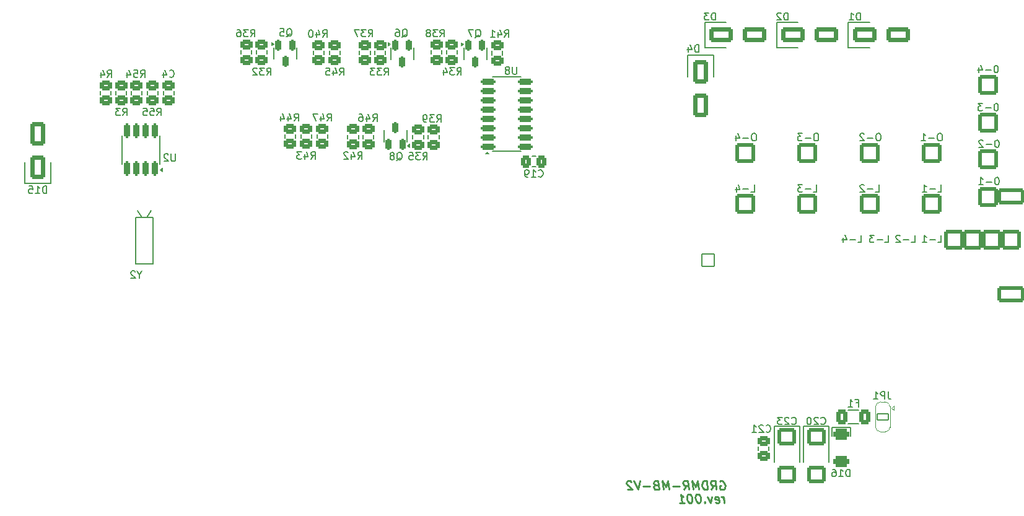
<source format=gbo>
%TF.GenerationSoftware,KiCad,Pcbnew,8.0.1*%
%TF.CreationDate,2025-05-08T07:16:34+02:00*%
%TF.ProjectId,prj-gardmer-mb-v2,70726a2d-6761-4726-946d-65722d6d622d,rev?*%
%TF.SameCoordinates,PX4fa1be0PY7872f60*%
%TF.FileFunction,Legend,Bot*%
%TF.FilePolarity,Positive*%
%FSLAX46Y46*%
G04 Gerber Fmt 4.6, Leading zero omitted, Abs format (unit mm)*
G04 Created by KiCad (PCBNEW 8.0.1) date 2025-05-08 07:16:34*
%MOMM*%
%LPD*%
G01*
G04 APERTURE LIST*
G04 Aperture macros list*
%AMRoundRect*
0 Rectangle with rounded corners*
0 $1 Rounding radius*
0 $2 $3 $4 $5 $6 $7 $8 $9 X,Y pos of 4 corners*
0 Add a 4 corners polygon primitive as box body*
4,1,4,$2,$3,$4,$5,$6,$7,$8,$9,$2,$3,0*
0 Add four circle primitives for the rounded corners*
1,1,$1+$1,$2,$3*
1,1,$1+$1,$4,$5*
1,1,$1+$1,$6,$7*
1,1,$1+$1,$8,$9*
0 Add four rect primitives between the rounded corners*
20,1,$1+$1,$2,$3,$4,$5,0*
20,1,$1+$1,$4,$5,$6,$7,0*
20,1,$1+$1,$6,$7,$8,$9,0*
20,1,$1+$1,$8,$9,$2,$3,0*%
%AMFreePoly0*
4,1,38,0.608779,0.830902,0.645106,0.780902,0.650000,0.750000,0.650000,-0.750000,0.630902,-0.808779,0.580902,-0.845106,0.550000,-0.850000,0.000000,-0.850000,-0.015663,-0.844911,-0.071157,-0.844911,-0.099330,-0.840860,-0.235881,-0.800765,-0.261772,-0.788941,-0.381494,-0.712000,-0.403005,-0.693361,-0.496202,-0.585806,-0.511590,-0.561861,-0.570709,-0.432407,-0.578728,-0.405098,-0.598982,-0.264232,
-0.600000,-0.250000,-0.600000,0.250000,-0.598982,0.264232,-0.578728,0.405098,-0.570709,0.432407,-0.511590,0.561861,-0.496202,0.585806,-0.403005,0.693361,-0.381494,0.712000,-0.261772,0.788941,-0.235881,0.800765,-0.099330,0.840860,-0.071157,0.844911,-0.031170,0.844911,-0.030902,0.845106,0.000000,0.850000,0.550000,0.850000,0.608779,0.830902,0.608779,0.830902,$1*%
%AMFreePoly1*
4,1,38,0.015663,0.844911,0.071157,0.844911,0.099330,0.840860,0.235881,0.800765,0.261772,0.788941,0.381494,0.712000,0.403005,0.693361,0.496202,0.585806,0.511590,0.561861,0.570709,0.432407,0.578728,0.405098,0.598982,0.264232,0.600000,0.250000,0.600000,-0.250000,0.598982,-0.264232,0.578728,-0.405098,0.570709,-0.432407,0.511590,-0.561861,0.496202,-0.585806,0.403005,-0.693361,
0.381494,-0.712000,0.261772,-0.788941,0.235881,-0.800765,0.099330,-0.840860,0.071157,-0.844911,0.031170,-0.844911,0.030902,-0.845106,0.000000,-0.850000,-0.550000,-0.850000,-0.608779,-0.830902,-0.645106,-0.780902,-0.650000,-0.750000,-0.650000,0.750000,-0.630902,0.808779,-0.580902,0.845106,-0.550000,0.850000,0.000000,0.850000,0.015663,0.844911,0.015663,0.844911,$1*%
G04 Aperture macros list end*
%ADD10C,0.250000*%
%ADD11C,0.150000*%
%ADD12C,0.120000*%
%ADD13C,2.200000*%
%ADD14RoundRect,0.274038X1.625962X-0.865962X1.625962X0.865962X-1.625962X0.865962X-1.625962X-0.865962X0*%
%ADD15O,3.800000X2.280000*%
%ADD16C,2.400000*%
%ADD17C,1.800000*%
%ADD18RoundRect,0.100000X-0.850000X-0.850000X0.850000X-0.850000X0.850000X0.850000X-0.850000X0.850000X0*%
%ADD19O,1.900000X1.900000*%
%ADD20C,1.700000*%
%ADD21C,4.400000*%
%ADD22C,2.100000*%
%ADD23C,1.900000*%
%ADD24C,2.700000*%
%ADD25C,2.000000*%
%ADD26RoundRect,0.270000X1.080000X1.080000X-1.080000X1.080000X-1.080000X-1.080000X1.080000X-1.080000X0*%
%ADD27RoundRect,0.292553X0.532447X-0.394947X0.532447X0.394947X-0.532447X0.394947X-0.532447X-0.394947X0*%
%ADD28RoundRect,0.200000X0.200000X-0.562500X0.200000X0.562500X-0.200000X0.562500X-0.200000X-0.562500X0*%
%ADD29RoundRect,0.292553X-0.394947X-0.532447X0.394947X-0.532447X0.394947X0.532447X-0.394947X0.532447X0*%
%ADD30FreePoly0,270.000000*%
%ADD31RoundRect,0.100000X-0.750000X0.425000X-0.750000X-0.425000X0.750000X-0.425000X0.750000X0.425000X0*%
%ADD32FreePoly1,270.000000*%
%ADD33RoundRect,0.292553X-0.532447X0.394947X-0.532447X-0.394947X0.532447X-0.394947X0.532447X0.394947X0*%
%ADD34RoundRect,0.200000X0.200000X-0.775000X0.200000X0.775000X-0.200000X0.775000X-0.200000X-0.775000X0*%
%ADD35RoundRect,0.277778X0.722222X-1.322222X0.722222X1.322222X-0.722222X1.322222X-0.722222X-1.322222X0*%
%ADD36RoundRect,0.200000X-0.200000X0.562500X-0.200000X-0.562500X0.200000X-0.562500X0.200000X0.562500X0*%
%ADD37RoundRect,0.287735X0.474765X0.712265X-0.474765X0.712265X-0.474765X-0.712265X0.474765X-0.712265X0*%
%ADD38RoundRect,0.277778X-1.322222X-0.722222X1.322222X-0.722222X1.322222X0.722222X-1.322222X0.722222X0*%
%ADD39RoundRect,0.272222X-1.002778X0.952778X-1.002778X-0.952778X1.002778X-0.952778X1.002778X0.952778X0*%
%ADD40RoundRect,0.277778X-0.722222X1.322222X-0.722222X-1.322222X0.722222X-1.322222X0.722222X1.322222X0*%
%ADD41C,1.200000*%
%ADD42RoundRect,0.362500X-0.737500X0.362500X-0.737500X-0.362500X0.737500X-0.362500X0.737500X0.362500X0*%
%ADD43RoundRect,0.200000X-0.775000X-0.200000X0.775000X-0.200000X0.775000X0.200000X-0.775000X0.200000X0*%
G04 APERTURE END LIST*
D10*
X95356955Y959858D02*
X95256955Y1759858D01*
X95285527Y1531286D02*
X95214098Y1645572D01*
X95214098Y1645572D02*
X95149812Y1702715D01*
X95149812Y1702715D02*
X95028384Y1759858D01*
X95028384Y1759858D02*
X94914098Y1759858D01*
X94149812Y1017000D02*
X94271241Y959858D01*
X94271241Y959858D02*
X94499812Y959858D01*
X94499812Y959858D02*
X94606955Y1017000D01*
X94606955Y1017000D02*
X94649812Y1131286D01*
X94649812Y1131286D02*
X94592670Y1588429D01*
X94592670Y1588429D02*
X94521241Y1702715D01*
X94521241Y1702715D02*
X94399812Y1759858D01*
X94399812Y1759858D02*
X94171241Y1759858D01*
X94171241Y1759858D02*
X94064098Y1702715D01*
X94064098Y1702715D02*
X94021241Y1588429D01*
X94021241Y1588429D02*
X94035527Y1474143D01*
X94035527Y1474143D02*
X94621241Y1359858D01*
X93599813Y1759858D02*
X93414099Y959858D01*
X93414099Y959858D02*
X93028384Y1759858D01*
X92656955Y1074143D02*
X92606955Y1017000D01*
X92606955Y1017000D02*
X92671241Y959858D01*
X92671241Y959858D02*
X92721241Y1017000D01*
X92721241Y1017000D02*
X92656955Y1074143D01*
X92656955Y1074143D02*
X92671241Y959858D01*
X91721241Y2159858D02*
X91606955Y2159858D01*
X91606955Y2159858D02*
X91499812Y2102715D01*
X91499812Y2102715D02*
X91449812Y2045572D01*
X91449812Y2045572D02*
X91406955Y1931286D01*
X91406955Y1931286D02*
X91378384Y1702715D01*
X91378384Y1702715D02*
X91414098Y1417000D01*
X91414098Y1417000D02*
X91499812Y1188429D01*
X91499812Y1188429D02*
X91571241Y1074143D01*
X91571241Y1074143D02*
X91635526Y1017000D01*
X91635526Y1017000D02*
X91756955Y959858D01*
X91756955Y959858D02*
X91871241Y959858D01*
X91871241Y959858D02*
X91978384Y1017000D01*
X91978384Y1017000D02*
X92028384Y1074143D01*
X92028384Y1074143D02*
X92071241Y1188429D01*
X92071241Y1188429D02*
X92099812Y1417000D01*
X92099812Y1417000D02*
X92064098Y1702715D01*
X92064098Y1702715D02*
X91978384Y1931286D01*
X91978384Y1931286D02*
X91906955Y2045572D01*
X91906955Y2045572D02*
X91842669Y2102715D01*
X91842669Y2102715D02*
X91721241Y2159858D01*
X90578384Y2159858D02*
X90464098Y2159858D01*
X90464098Y2159858D02*
X90356955Y2102715D01*
X90356955Y2102715D02*
X90306955Y2045572D01*
X90306955Y2045572D02*
X90264098Y1931286D01*
X90264098Y1931286D02*
X90235527Y1702715D01*
X90235527Y1702715D02*
X90271241Y1417000D01*
X90271241Y1417000D02*
X90356955Y1188429D01*
X90356955Y1188429D02*
X90428384Y1074143D01*
X90428384Y1074143D02*
X90492669Y1017000D01*
X90492669Y1017000D02*
X90614098Y959858D01*
X90614098Y959858D02*
X90728384Y959858D01*
X90728384Y959858D02*
X90835527Y1017000D01*
X90835527Y1017000D02*
X90885527Y1074143D01*
X90885527Y1074143D02*
X90928384Y1188429D01*
X90928384Y1188429D02*
X90956955Y1417000D01*
X90956955Y1417000D02*
X90921241Y1702715D01*
X90921241Y1702715D02*
X90835527Y1931286D01*
X90835527Y1931286D02*
X90764098Y2045572D01*
X90764098Y2045572D02*
X90699812Y2102715D01*
X90699812Y2102715D02*
X90578384Y2159858D01*
X89185527Y959858D02*
X89871241Y959858D01*
X89528384Y959858D02*
X89378384Y2159858D01*
X89378384Y2159858D02*
X89514098Y1988429D01*
X89514098Y1988429D02*
X89642670Y1874143D01*
X89642670Y1874143D02*
X89764098Y1817000D01*
X94685527Y3902715D02*
X94792669Y3959858D01*
X94792669Y3959858D02*
X94964098Y3959858D01*
X94964098Y3959858D02*
X95142669Y3902715D01*
X95142669Y3902715D02*
X95271241Y3788429D01*
X95271241Y3788429D02*
X95342669Y3674143D01*
X95342669Y3674143D02*
X95428384Y3445572D01*
X95428384Y3445572D02*
X95449812Y3274143D01*
X95449812Y3274143D02*
X95421241Y3045572D01*
X95421241Y3045572D02*
X95378384Y2931286D01*
X95378384Y2931286D02*
X95278384Y2817000D01*
X95278384Y2817000D02*
X95114098Y2759858D01*
X95114098Y2759858D02*
X94999812Y2759858D01*
X94999812Y2759858D02*
X94821241Y2817000D01*
X94821241Y2817000D02*
X94756955Y2874143D01*
X94756955Y2874143D02*
X94706955Y3274143D01*
X94706955Y3274143D02*
X94935527Y3274143D01*
X93571241Y2759858D02*
X93899812Y3331286D01*
X94256955Y2759858D02*
X94106955Y3959858D01*
X94106955Y3959858D02*
X93649812Y3959858D01*
X93649812Y3959858D02*
X93542669Y3902715D01*
X93542669Y3902715D02*
X93492669Y3845572D01*
X93492669Y3845572D02*
X93449812Y3731286D01*
X93449812Y3731286D02*
X93471241Y3559858D01*
X93471241Y3559858D02*
X93542669Y3445572D01*
X93542669Y3445572D02*
X93606955Y3388429D01*
X93606955Y3388429D02*
X93728384Y3331286D01*
X93728384Y3331286D02*
X94185527Y3331286D01*
X93056955Y2759858D02*
X92906955Y3959858D01*
X92906955Y3959858D02*
X92621241Y3959858D01*
X92621241Y3959858D02*
X92456955Y3902715D01*
X92456955Y3902715D02*
X92356955Y3788429D01*
X92356955Y3788429D02*
X92314098Y3674143D01*
X92314098Y3674143D02*
X92285527Y3445572D01*
X92285527Y3445572D02*
X92306955Y3274143D01*
X92306955Y3274143D02*
X92392669Y3045572D01*
X92392669Y3045572D02*
X92464098Y2931286D01*
X92464098Y2931286D02*
X92592669Y2817000D01*
X92592669Y2817000D02*
X92771241Y2759858D01*
X92771241Y2759858D02*
X93056955Y2759858D01*
X91856955Y2759858D02*
X91706955Y3959858D01*
X91706955Y3959858D02*
X91414098Y3102715D01*
X91414098Y3102715D02*
X90906955Y3959858D01*
X90906955Y3959858D02*
X91056955Y2759858D01*
X89799812Y2759858D02*
X90128383Y3331286D01*
X90485526Y2759858D02*
X90335526Y3959858D01*
X90335526Y3959858D02*
X89878383Y3959858D01*
X89878383Y3959858D02*
X89771240Y3902715D01*
X89771240Y3902715D02*
X89721240Y3845572D01*
X89721240Y3845572D02*
X89678383Y3731286D01*
X89678383Y3731286D02*
X89699812Y3559858D01*
X89699812Y3559858D02*
X89771240Y3445572D01*
X89771240Y3445572D02*
X89835526Y3388429D01*
X89835526Y3388429D02*
X89956955Y3331286D01*
X89956955Y3331286D02*
X90414098Y3331286D01*
X89228383Y3217000D02*
X88314098Y3217000D01*
X87799812Y2759858D02*
X87649812Y3959858D01*
X87649812Y3959858D02*
X87356955Y3102715D01*
X87356955Y3102715D02*
X86849812Y3959858D01*
X86849812Y3959858D02*
X86999812Y2759858D01*
X85949812Y3388429D02*
X85785526Y3331286D01*
X85785526Y3331286D02*
X85735526Y3274143D01*
X85735526Y3274143D02*
X85692669Y3159858D01*
X85692669Y3159858D02*
X85714097Y2988429D01*
X85714097Y2988429D02*
X85785526Y2874143D01*
X85785526Y2874143D02*
X85849812Y2817000D01*
X85849812Y2817000D02*
X85971240Y2759858D01*
X85971240Y2759858D02*
X86428383Y2759858D01*
X86428383Y2759858D02*
X86278383Y3959858D01*
X86278383Y3959858D02*
X85878383Y3959858D01*
X85878383Y3959858D02*
X85771240Y3902715D01*
X85771240Y3902715D02*
X85721240Y3845572D01*
X85721240Y3845572D02*
X85678383Y3731286D01*
X85678383Y3731286D02*
X85692669Y3617000D01*
X85692669Y3617000D02*
X85764097Y3502715D01*
X85764097Y3502715D02*
X85828383Y3445572D01*
X85828383Y3445572D02*
X85949812Y3388429D01*
X85949812Y3388429D02*
X86349812Y3388429D01*
X85171240Y3217000D02*
X84256955Y3217000D01*
X83764098Y3959858D02*
X83514098Y2759858D01*
X83514098Y2759858D02*
X82964098Y3959858D01*
X82635527Y3845572D02*
X82571241Y3902715D01*
X82571241Y3902715D02*
X82449812Y3959858D01*
X82449812Y3959858D02*
X82164098Y3959858D01*
X82164098Y3959858D02*
X82056955Y3902715D01*
X82056955Y3902715D02*
X82006955Y3845572D01*
X82006955Y3845572D02*
X81964098Y3731286D01*
X81964098Y3731286D02*
X81978384Y3617000D01*
X81978384Y3617000D02*
X82056955Y3445572D01*
X82056955Y3445572D02*
X82828384Y2759858D01*
X82828384Y2759858D02*
X82085527Y2759858D01*
D11*
X132642856Y50545181D02*
X132547618Y50545181D01*
X132547618Y50545181D02*
X132452380Y50497562D01*
X132452380Y50497562D02*
X132404761Y50449943D01*
X132404761Y50449943D02*
X132357142Y50354705D01*
X132357142Y50354705D02*
X132309523Y50164229D01*
X132309523Y50164229D02*
X132309523Y49926134D01*
X132309523Y49926134D02*
X132357142Y49735658D01*
X132357142Y49735658D02*
X132404761Y49640420D01*
X132404761Y49640420D02*
X132452380Y49592800D01*
X132452380Y49592800D02*
X132547618Y49545181D01*
X132547618Y49545181D02*
X132642856Y49545181D01*
X132642856Y49545181D02*
X132738094Y49592800D01*
X132738094Y49592800D02*
X132785713Y49640420D01*
X132785713Y49640420D02*
X132833332Y49735658D01*
X132833332Y49735658D02*
X132880951Y49926134D01*
X132880951Y49926134D02*
X132880951Y50164229D01*
X132880951Y50164229D02*
X132833332Y50354705D01*
X132833332Y50354705D02*
X132785713Y50449943D01*
X132785713Y50449943D02*
X132738094Y50497562D01*
X132738094Y50497562D02*
X132642856Y50545181D01*
X131880951Y49926134D02*
X131119047Y49926134D01*
X130690475Y50449943D02*
X130642856Y50497562D01*
X130642856Y50497562D02*
X130547618Y50545181D01*
X130547618Y50545181D02*
X130309523Y50545181D01*
X130309523Y50545181D02*
X130214285Y50497562D01*
X130214285Y50497562D02*
X130166666Y50449943D01*
X130166666Y50449943D02*
X130119047Y50354705D01*
X130119047Y50354705D02*
X130119047Y50259467D01*
X130119047Y50259467D02*
X130166666Y50116610D01*
X130166666Y50116610D02*
X130738094Y49545181D01*
X130738094Y49545181D02*
X130119047Y49545181D01*
X40442857Y64595181D02*
X40776190Y65071372D01*
X41014285Y64595181D02*
X41014285Y65595181D01*
X41014285Y65595181D02*
X40633333Y65595181D01*
X40633333Y65595181D02*
X40538095Y65547562D01*
X40538095Y65547562D02*
X40490476Y65499943D01*
X40490476Y65499943D02*
X40442857Y65404705D01*
X40442857Y65404705D02*
X40442857Y65261848D01*
X40442857Y65261848D02*
X40490476Y65166610D01*
X40490476Y65166610D02*
X40538095Y65118991D01*
X40538095Y65118991D02*
X40633333Y65071372D01*
X40633333Y65071372D02*
X41014285Y65071372D01*
X39585714Y65261848D02*
X39585714Y64595181D01*
X39823809Y65642800D02*
X40061904Y64928515D01*
X40061904Y64928515D02*
X39442857Y64928515D01*
X38871428Y65595181D02*
X38776190Y65595181D01*
X38776190Y65595181D02*
X38680952Y65547562D01*
X38680952Y65547562D02*
X38633333Y65499943D01*
X38633333Y65499943D02*
X38585714Y65404705D01*
X38585714Y65404705D02*
X38538095Y65214229D01*
X38538095Y65214229D02*
X38538095Y64976134D01*
X38538095Y64976134D02*
X38585714Y64785658D01*
X38585714Y64785658D02*
X38633333Y64690420D01*
X38633333Y64690420D02*
X38680952Y64642800D01*
X38680952Y64642800D02*
X38776190Y64595181D01*
X38776190Y64595181D02*
X38871428Y64595181D01*
X38871428Y64595181D02*
X38966666Y64642800D01*
X38966666Y64642800D02*
X39014285Y64690420D01*
X39014285Y64690420D02*
X39061904Y64785658D01*
X39061904Y64785658D02*
X39109523Y64976134D01*
X39109523Y64976134D02*
X39109523Y65214229D01*
X39109523Y65214229D02*
X39061904Y65404705D01*
X39061904Y65404705D02*
X39014285Y65499943D01*
X39014285Y65499943D02*
X38966666Y65547562D01*
X38966666Y65547562D02*
X38871428Y65595181D01*
X117285714Y36545181D02*
X117761904Y36545181D01*
X117761904Y36545181D02*
X117761904Y37545181D01*
X116952380Y36926134D02*
X116190476Y36926134D01*
X115809523Y37545181D02*
X115190476Y37545181D01*
X115190476Y37545181D02*
X115523809Y37164229D01*
X115523809Y37164229D02*
X115380952Y37164229D01*
X115380952Y37164229D02*
X115285714Y37116610D01*
X115285714Y37116610D02*
X115238095Y37068991D01*
X115238095Y37068991D02*
X115190476Y36973753D01*
X115190476Y36973753D02*
X115190476Y36735658D01*
X115190476Y36735658D02*
X115238095Y36640420D01*
X115238095Y36640420D02*
X115285714Y36592800D01*
X115285714Y36592800D02*
X115380952Y36545181D01*
X115380952Y36545181D02*
X115666666Y36545181D01*
X115666666Y36545181D02*
X115761904Y36592800D01*
X115761904Y36592800D02*
X115809523Y36640420D01*
X30592857Y64645181D02*
X30926190Y65121372D01*
X31164285Y64645181D02*
X31164285Y65645181D01*
X31164285Y65645181D02*
X30783333Y65645181D01*
X30783333Y65645181D02*
X30688095Y65597562D01*
X30688095Y65597562D02*
X30640476Y65549943D01*
X30640476Y65549943D02*
X30592857Y65454705D01*
X30592857Y65454705D02*
X30592857Y65311848D01*
X30592857Y65311848D02*
X30640476Y65216610D01*
X30640476Y65216610D02*
X30688095Y65168991D01*
X30688095Y65168991D02*
X30783333Y65121372D01*
X30783333Y65121372D02*
X31164285Y65121372D01*
X30259523Y65645181D02*
X29640476Y65645181D01*
X29640476Y65645181D02*
X29973809Y65264229D01*
X29973809Y65264229D02*
X29830952Y65264229D01*
X29830952Y65264229D02*
X29735714Y65216610D01*
X29735714Y65216610D02*
X29688095Y65168991D01*
X29688095Y65168991D02*
X29640476Y65073753D01*
X29640476Y65073753D02*
X29640476Y64835658D01*
X29640476Y64835658D02*
X29688095Y64740420D01*
X29688095Y64740420D02*
X29735714Y64692800D01*
X29735714Y64692800D02*
X29830952Y64645181D01*
X29830952Y64645181D02*
X30116666Y64645181D01*
X30116666Y64645181D02*
X30211904Y64692800D01*
X30211904Y64692800D02*
X30259523Y64740420D01*
X28783333Y65645181D02*
X28973809Y65645181D01*
X28973809Y65645181D02*
X29069047Y65597562D01*
X29069047Y65597562D02*
X29116666Y65549943D01*
X29116666Y65549943D02*
X29211904Y65407086D01*
X29211904Y65407086D02*
X29259523Y65216610D01*
X29259523Y65216610D02*
X29259523Y64835658D01*
X29259523Y64835658D02*
X29211904Y64740420D01*
X29211904Y64740420D02*
X29164285Y64692800D01*
X29164285Y64692800D02*
X29069047Y64645181D01*
X29069047Y64645181D02*
X28878571Y64645181D01*
X28878571Y64645181D02*
X28783333Y64692800D01*
X28783333Y64692800D02*
X28735714Y64740420D01*
X28735714Y64740420D02*
X28688095Y64835658D01*
X28688095Y64835658D02*
X28688095Y65073753D01*
X28688095Y65073753D02*
X28735714Y65168991D01*
X28735714Y65168991D02*
X28783333Y65216610D01*
X28783333Y65216610D02*
X28878571Y65264229D01*
X28878571Y65264229D02*
X29069047Y65264229D01*
X29069047Y65264229D02*
X29164285Y65216610D01*
X29164285Y65216610D02*
X29211904Y65168991D01*
X29211904Y65168991D02*
X29259523Y65073753D01*
X50545238Y47737443D02*
X50640476Y47785062D01*
X50640476Y47785062D02*
X50735714Y47880300D01*
X50735714Y47880300D02*
X50878571Y48023158D01*
X50878571Y48023158D02*
X50973809Y48070777D01*
X50973809Y48070777D02*
X51069047Y48070777D01*
X51021428Y47832681D02*
X51116666Y47880300D01*
X51116666Y47880300D02*
X51211904Y47975539D01*
X51211904Y47975539D02*
X51259523Y48166015D01*
X51259523Y48166015D02*
X51259523Y48499348D01*
X51259523Y48499348D02*
X51211904Y48689824D01*
X51211904Y48689824D02*
X51116666Y48785062D01*
X51116666Y48785062D02*
X51021428Y48832681D01*
X51021428Y48832681D02*
X50830952Y48832681D01*
X50830952Y48832681D02*
X50735714Y48785062D01*
X50735714Y48785062D02*
X50640476Y48689824D01*
X50640476Y48689824D02*
X50592857Y48499348D01*
X50592857Y48499348D02*
X50592857Y48166015D01*
X50592857Y48166015D02*
X50640476Y47975539D01*
X50640476Y47975539D02*
X50735714Y47880300D01*
X50735714Y47880300D02*
X50830952Y47832681D01*
X50830952Y47832681D02*
X51021428Y47832681D01*
X50021428Y48404110D02*
X50116666Y48451729D01*
X50116666Y48451729D02*
X50164285Y48499348D01*
X50164285Y48499348D02*
X50211904Y48594586D01*
X50211904Y48594586D02*
X50211904Y48642205D01*
X50211904Y48642205D02*
X50164285Y48737443D01*
X50164285Y48737443D02*
X50116666Y48785062D01*
X50116666Y48785062D02*
X50021428Y48832681D01*
X50021428Y48832681D02*
X49830952Y48832681D01*
X49830952Y48832681D02*
X49735714Y48785062D01*
X49735714Y48785062D02*
X49688095Y48737443D01*
X49688095Y48737443D02*
X49640476Y48642205D01*
X49640476Y48642205D02*
X49640476Y48594586D01*
X49640476Y48594586D02*
X49688095Y48499348D01*
X49688095Y48499348D02*
X49735714Y48451729D01*
X49735714Y48451729D02*
X49830952Y48404110D01*
X49830952Y48404110D02*
X50021428Y48404110D01*
X50021428Y48404110D02*
X50116666Y48356491D01*
X50116666Y48356491D02*
X50164285Y48308872D01*
X50164285Y48308872D02*
X50211904Y48213634D01*
X50211904Y48213634D02*
X50211904Y48023158D01*
X50211904Y48023158D02*
X50164285Y47927920D01*
X50164285Y47927920D02*
X50116666Y47880300D01*
X50116666Y47880300D02*
X50021428Y47832681D01*
X50021428Y47832681D02*
X49830952Y47832681D01*
X49830952Y47832681D02*
X49735714Y47880300D01*
X49735714Y47880300D02*
X49688095Y47927920D01*
X49688095Y47927920D02*
X49640476Y48023158D01*
X49640476Y48023158D02*
X49640476Y48213634D01*
X49640476Y48213634D02*
X49688095Y48308872D01*
X49688095Y48308872D02*
X49735714Y48356491D01*
X49735714Y48356491D02*
X49830952Y48404110D01*
X42742857Y59395181D02*
X43076190Y59871372D01*
X43314285Y59395181D02*
X43314285Y60395181D01*
X43314285Y60395181D02*
X42933333Y60395181D01*
X42933333Y60395181D02*
X42838095Y60347562D01*
X42838095Y60347562D02*
X42790476Y60299943D01*
X42790476Y60299943D02*
X42742857Y60204705D01*
X42742857Y60204705D02*
X42742857Y60061848D01*
X42742857Y60061848D02*
X42790476Y59966610D01*
X42790476Y59966610D02*
X42838095Y59918991D01*
X42838095Y59918991D02*
X42933333Y59871372D01*
X42933333Y59871372D02*
X43314285Y59871372D01*
X41885714Y60061848D02*
X41885714Y59395181D01*
X42123809Y60442800D02*
X42361904Y59728515D01*
X42361904Y59728515D02*
X41742857Y59728515D01*
X40885714Y60395181D02*
X41361904Y60395181D01*
X41361904Y60395181D02*
X41409523Y59918991D01*
X41409523Y59918991D02*
X41361904Y59966610D01*
X41361904Y59966610D02*
X41266666Y60014229D01*
X41266666Y60014229D02*
X41028571Y60014229D01*
X41028571Y60014229D02*
X40933333Y59966610D01*
X40933333Y59966610D02*
X40885714Y59918991D01*
X40885714Y59918991D02*
X40838095Y59823753D01*
X40838095Y59823753D02*
X40838095Y59585658D01*
X40838095Y59585658D02*
X40885714Y59490420D01*
X40885714Y59490420D02*
X40933333Y59442800D01*
X40933333Y59442800D02*
X41028571Y59395181D01*
X41028571Y59395181D02*
X41266666Y59395181D01*
X41266666Y59395181D02*
X41361904Y59442800D01*
X41361904Y59442800D02*
X41409523Y59490420D01*
X69942857Y45560420D02*
X69990476Y45512800D01*
X69990476Y45512800D02*
X70133333Y45465181D01*
X70133333Y45465181D02*
X70228571Y45465181D01*
X70228571Y45465181D02*
X70371428Y45512800D01*
X70371428Y45512800D02*
X70466666Y45608039D01*
X70466666Y45608039D02*
X70514285Y45703277D01*
X70514285Y45703277D02*
X70561904Y45893753D01*
X70561904Y45893753D02*
X70561904Y46036610D01*
X70561904Y46036610D02*
X70514285Y46227086D01*
X70514285Y46227086D02*
X70466666Y46322324D01*
X70466666Y46322324D02*
X70371428Y46417562D01*
X70371428Y46417562D02*
X70228571Y46465181D01*
X70228571Y46465181D02*
X70133333Y46465181D01*
X70133333Y46465181D02*
X69990476Y46417562D01*
X69990476Y46417562D02*
X69942857Y46369943D01*
X68990476Y45465181D02*
X69561904Y45465181D01*
X69276190Y45465181D02*
X69276190Y46465181D01*
X69276190Y46465181D02*
X69371428Y46322324D01*
X69371428Y46322324D02*
X69466666Y46227086D01*
X69466666Y46227086D02*
X69561904Y46179467D01*
X68514285Y45465181D02*
X68323809Y45465181D01*
X68323809Y45465181D02*
X68228571Y45512800D01*
X68228571Y45512800D02*
X68180952Y45560420D01*
X68180952Y45560420D02*
X68085714Y45703277D01*
X68085714Y45703277D02*
X68038095Y45893753D01*
X68038095Y45893753D02*
X68038095Y46274705D01*
X68038095Y46274705D02*
X68085714Y46369943D01*
X68085714Y46369943D02*
X68133333Y46417562D01*
X68133333Y46417562D02*
X68228571Y46465181D01*
X68228571Y46465181D02*
X68419047Y46465181D01*
X68419047Y46465181D02*
X68514285Y46417562D01*
X68514285Y46417562D02*
X68561904Y46369943D01*
X68561904Y46369943D02*
X68609523Y46274705D01*
X68609523Y46274705D02*
X68609523Y46036610D01*
X68609523Y46036610D02*
X68561904Y45941372D01*
X68561904Y45941372D02*
X68514285Y45893753D01*
X68514285Y45893753D02*
X68419047Y45846134D01*
X68419047Y45846134D02*
X68228571Y45846134D01*
X68228571Y45846134D02*
X68133333Y45893753D01*
X68133333Y45893753D02*
X68085714Y45941372D01*
X68085714Y45941372D02*
X68038095Y46036610D01*
X124485714Y43445181D02*
X124961904Y43445181D01*
X124961904Y43445181D02*
X124961904Y44445181D01*
X124152380Y43826134D02*
X123390476Y43826134D01*
X122390476Y43445181D02*
X122961904Y43445181D01*
X122676190Y43445181D02*
X122676190Y44445181D01*
X122676190Y44445181D02*
X122771428Y44302324D01*
X122771428Y44302324D02*
X122866666Y44207086D01*
X122866666Y44207086D02*
X122961904Y44159467D01*
X117733333Y16145181D02*
X117733333Y15430896D01*
X117733333Y15430896D02*
X117780952Y15288039D01*
X117780952Y15288039D02*
X117876190Y15192800D01*
X117876190Y15192800D02*
X118019047Y15145181D01*
X118019047Y15145181D02*
X118114285Y15145181D01*
X117257142Y15145181D02*
X117257142Y16145181D01*
X117257142Y16145181D02*
X116876190Y16145181D01*
X116876190Y16145181D02*
X116780952Y16097562D01*
X116780952Y16097562D02*
X116733333Y16049943D01*
X116733333Y16049943D02*
X116685714Y15954705D01*
X116685714Y15954705D02*
X116685714Y15811848D01*
X116685714Y15811848D02*
X116733333Y15716610D01*
X116733333Y15716610D02*
X116780952Y15668991D01*
X116780952Y15668991D02*
X116876190Y15621372D01*
X116876190Y15621372D02*
X117257142Y15621372D01*
X115733333Y15145181D02*
X116304761Y15145181D01*
X116019047Y15145181D02*
X116019047Y16145181D01*
X116019047Y16145181D02*
X116114285Y16002324D01*
X116114285Y16002324D02*
X116209523Y15907086D01*
X116209523Y15907086D02*
X116304761Y15859467D01*
X132642856Y45445181D02*
X132547618Y45445181D01*
X132547618Y45445181D02*
X132452380Y45397562D01*
X132452380Y45397562D02*
X132404761Y45349943D01*
X132404761Y45349943D02*
X132357142Y45254705D01*
X132357142Y45254705D02*
X132309523Y45064229D01*
X132309523Y45064229D02*
X132309523Y44826134D01*
X132309523Y44826134D02*
X132357142Y44635658D01*
X132357142Y44635658D02*
X132404761Y44540420D01*
X132404761Y44540420D02*
X132452380Y44492800D01*
X132452380Y44492800D02*
X132547618Y44445181D01*
X132547618Y44445181D02*
X132642856Y44445181D01*
X132642856Y44445181D02*
X132738094Y44492800D01*
X132738094Y44492800D02*
X132785713Y44540420D01*
X132785713Y44540420D02*
X132833332Y44635658D01*
X132833332Y44635658D02*
X132880951Y44826134D01*
X132880951Y44826134D02*
X132880951Y45064229D01*
X132880951Y45064229D02*
X132833332Y45254705D01*
X132833332Y45254705D02*
X132785713Y45349943D01*
X132785713Y45349943D02*
X132738094Y45397562D01*
X132738094Y45397562D02*
X132642856Y45445181D01*
X131880951Y44826134D02*
X131119047Y44826134D01*
X130119047Y44445181D02*
X130690475Y44445181D01*
X130404761Y44445181D02*
X130404761Y45445181D01*
X130404761Y45445181D02*
X130499999Y45302324D01*
X130499999Y45302324D02*
X130595237Y45207086D01*
X130595237Y45207086D02*
X130690475Y45159467D01*
X107485714Y43445181D02*
X107961904Y43445181D01*
X107961904Y43445181D02*
X107961904Y44445181D01*
X107152380Y43826134D02*
X106390476Y43826134D01*
X106009523Y44445181D02*
X105390476Y44445181D01*
X105390476Y44445181D02*
X105723809Y44064229D01*
X105723809Y44064229D02*
X105580952Y44064229D01*
X105580952Y44064229D02*
X105485714Y44016610D01*
X105485714Y44016610D02*
X105438095Y43968991D01*
X105438095Y43968991D02*
X105390476Y43873753D01*
X105390476Y43873753D02*
X105390476Y43635658D01*
X105390476Y43635658D02*
X105438095Y43540420D01*
X105438095Y43540420D02*
X105485714Y43492800D01*
X105485714Y43492800D02*
X105580952Y43445181D01*
X105580952Y43445181D02*
X105866666Y43445181D01*
X105866666Y43445181D02*
X105961904Y43492800D01*
X105961904Y43492800D02*
X106009523Y43540420D01*
X56042857Y52982681D02*
X56376190Y53458872D01*
X56614285Y52982681D02*
X56614285Y53982681D01*
X56614285Y53982681D02*
X56233333Y53982681D01*
X56233333Y53982681D02*
X56138095Y53935062D01*
X56138095Y53935062D02*
X56090476Y53887443D01*
X56090476Y53887443D02*
X56042857Y53792205D01*
X56042857Y53792205D02*
X56042857Y53649348D01*
X56042857Y53649348D02*
X56090476Y53554110D01*
X56090476Y53554110D02*
X56138095Y53506491D01*
X56138095Y53506491D02*
X56233333Y53458872D01*
X56233333Y53458872D02*
X56614285Y53458872D01*
X55709523Y53982681D02*
X55090476Y53982681D01*
X55090476Y53982681D02*
X55423809Y53601729D01*
X55423809Y53601729D02*
X55280952Y53601729D01*
X55280952Y53601729D02*
X55185714Y53554110D01*
X55185714Y53554110D02*
X55138095Y53506491D01*
X55138095Y53506491D02*
X55090476Y53411253D01*
X55090476Y53411253D02*
X55090476Y53173158D01*
X55090476Y53173158D02*
X55138095Y53077920D01*
X55138095Y53077920D02*
X55185714Y53030300D01*
X55185714Y53030300D02*
X55280952Y52982681D01*
X55280952Y52982681D02*
X55566666Y52982681D01*
X55566666Y52982681D02*
X55661904Y53030300D01*
X55661904Y53030300D02*
X55709523Y53077920D01*
X54614285Y52982681D02*
X54423809Y52982681D01*
X54423809Y52982681D02*
X54328571Y53030300D01*
X54328571Y53030300D02*
X54280952Y53077920D01*
X54280952Y53077920D02*
X54185714Y53220777D01*
X54185714Y53220777D02*
X54138095Y53411253D01*
X54138095Y53411253D02*
X54138095Y53792205D01*
X54138095Y53792205D02*
X54185714Y53887443D01*
X54185714Y53887443D02*
X54233333Y53935062D01*
X54233333Y53935062D02*
X54328571Y53982681D01*
X54328571Y53982681D02*
X54519047Y53982681D01*
X54519047Y53982681D02*
X54614285Y53935062D01*
X54614285Y53935062D02*
X54661904Y53887443D01*
X54661904Y53887443D02*
X54709523Y53792205D01*
X54709523Y53792205D02*
X54709523Y53554110D01*
X54709523Y53554110D02*
X54661904Y53458872D01*
X54661904Y53458872D02*
X54614285Y53411253D01*
X54614285Y53411253D02*
X54519047Y53363634D01*
X54519047Y53363634D02*
X54328571Y53363634D01*
X54328571Y53363634D02*
X54233333Y53411253D01*
X54233333Y53411253D02*
X54185714Y53458872D01*
X54185714Y53458872D02*
X54138095Y53554110D01*
X17792857Y53895181D02*
X18126190Y54371372D01*
X18364285Y53895181D02*
X18364285Y54895181D01*
X18364285Y54895181D02*
X17983333Y54895181D01*
X17983333Y54895181D02*
X17888095Y54847562D01*
X17888095Y54847562D02*
X17840476Y54799943D01*
X17840476Y54799943D02*
X17792857Y54704705D01*
X17792857Y54704705D02*
X17792857Y54561848D01*
X17792857Y54561848D02*
X17840476Y54466610D01*
X17840476Y54466610D02*
X17888095Y54418991D01*
X17888095Y54418991D02*
X17983333Y54371372D01*
X17983333Y54371372D02*
X18364285Y54371372D01*
X16888095Y54895181D02*
X17364285Y54895181D01*
X17364285Y54895181D02*
X17411904Y54418991D01*
X17411904Y54418991D02*
X17364285Y54466610D01*
X17364285Y54466610D02*
X17269047Y54514229D01*
X17269047Y54514229D02*
X17030952Y54514229D01*
X17030952Y54514229D02*
X16935714Y54466610D01*
X16935714Y54466610D02*
X16888095Y54418991D01*
X16888095Y54418991D02*
X16840476Y54323753D01*
X16840476Y54323753D02*
X16840476Y54085658D01*
X16840476Y54085658D02*
X16888095Y53990420D01*
X16888095Y53990420D02*
X16935714Y53942800D01*
X16935714Y53942800D02*
X17030952Y53895181D01*
X17030952Y53895181D02*
X17269047Y53895181D01*
X17269047Y53895181D02*
X17364285Y53942800D01*
X17364285Y53942800D02*
X17411904Y53990420D01*
X15935714Y54895181D02*
X16411904Y54895181D01*
X16411904Y54895181D02*
X16459523Y54418991D01*
X16459523Y54418991D02*
X16411904Y54466610D01*
X16411904Y54466610D02*
X16316666Y54514229D01*
X16316666Y54514229D02*
X16078571Y54514229D01*
X16078571Y54514229D02*
X15983333Y54466610D01*
X15983333Y54466610D02*
X15935714Y54418991D01*
X15935714Y54418991D02*
X15888095Y54323753D01*
X15888095Y54323753D02*
X15888095Y54085658D01*
X15888095Y54085658D02*
X15935714Y53990420D01*
X15935714Y53990420D02*
X15983333Y53942800D01*
X15983333Y53942800D02*
X16078571Y53895181D01*
X16078571Y53895181D02*
X16316666Y53895181D01*
X16316666Y53895181D02*
X16411904Y53942800D01*
X16411904Y53942800D02*
X16459523Y53990420D01*
X32792857Y59395181D02*
X33126190Y59871372D01*
X33364285Y59395181D02*
X33364285Y60395181D01*
X33364285Y60395181D02*
X32983333Y60395181D01*
X32983333Y60395181D02*
X32888095Y60347562D01*
X32888095Y60347562D02*
X32840476Y60299943D01*
X32840476Y60299943D02*
X32792857Y60204705D01*
X32792857Y60204705D02*
X32792857Y60061848D01*
X32792857Y60061848D02*
X32840476Y59966610D01*
X32840476Y59966610D02*
X32888095Y59918991D01*
X32888095Y59918991D02*
X32983333Y59871372D01*
X32983333Y59871372D02*
X33364285Y59871372D01*
X32459523Y60395181D02*
X31840476Y60395181D01*
X31840476Y60395181D02*
X32173809Y60014229D01*
X32173809Y60014229D02*
X32030952Y60014229D01*
X32030952Y60014229D02*
X31935714Y59966610D01*
X31935714Y59966610D02*
X31888095Y59918991D01*
X31888095Y59918991D02*
X31840476Y59823753D01*
X31840476Y59823753D02*
X31840476Y59585658D01*
X31840476Y59585658D02*
X31888095Y59490420D01*
X31888095Y59490420D02*
X31935714Y59442800D01*
X31935714Y59442800D02*
X32030952Y59395181D01*
X32030952Y59395181D02*
X32316666Y59395181D01*
X32316666Y59395181D02*
X32411904Y59442800D01*
X32411904Y59442800D02*
X32459523Y59490420D01*
X31459523Y60299943D02*
X31411904Y60347562D01*
X31411904Y60347562D02*
X31316666Y60395181D01*
X31316666Y60395181D02*
X31078571Y60395181D01*
X31078571Y60395181D02*
X30983333Y60347562D01*
X30983333Y60347562D02*
X30935714Y60299943D01*
X30935714Y60299943D02*
X30888095Y60204705D01*
X30888095Y60204705D02*
X30888095Y60109467D01*
X30888095Y60109467D02*
X30935714Y59966610D01*
X30935714Y59966610D02*
X31507142Y59395181D01*
X31507142Y59395181D02*
X30888095Y59395181D01*
X99490475Y51445181D02*
X99299999Y51445181D01*
X99299999Y51445181D02*
X99204761Y51397562D01*
X99204761Y51397562D02*
X99109523Y51302324D01*
X99109523Y51302324D02*
X99061904Y51111848D01*
X99061904Y51111848D02*
X99061904Y50778515D01*
X99061904Y50778515D02*
X99109523Y50588039D01*
X99109523Y50588039D02*
X99204761Y50492800D01*
X99204761Y50492800D02*
X99299999Y50445181D01*
X99299999Y50445181D02*
X99490475Y50445181D01*
X99490475Y50445181D02*
X99585713Y50492800D01*
X99585713Y50492800D02*
X99680951Y50588039D01*
X99680951Y50588039D02*
X99728570Y50778515D01*
X99728570Y50778515D02*
X99728570Y51111848D01*
X99728570Y51111848D02*
X99680951Y51302324D01*
X99680951Y51302324D02*
X99585713Y51397562D01*
X99585713Y51397562D02*
X99490475Y51445181D01*
X98633332Y50826134D02*
X97871428Y50826134D01*
X96966666Y51111848D02*
X96966666Y50445181D01*
X97204761Y51492800D02*
X97442856Y50778515D01*
X97442856Y50778515D02*
X96823809Y50778515D01*
X54142857Y47832681D02*
X54476190Y48308872D01*
X54714285Y47832681D02*
X54714285Y48832681D01*
X54714285Y48832681D02*
X54333333Y48832681D01*
X54333333Y48832681D02*
X54238095Y48785062D01*
X54238095Y48785062D02*
X54190476Y48737443D01*
X54190476Y48737443D02*
X54142857Y48642205D01*
X54142857Y48642205D02*
X54142857Y48499348D01*
X54142857Y48499348D02*
X54190476Y48404110D01*
X54190476Y48404110D02*
X54238095Y48356491D01*
X54238095Y48356491D02*
X54333333Y48308872D01*
X54333333Y48308872D02*
X54714285Y48308872D01*
X53809523Y48832681D02*
X53190476Y48832681D01*
X53190476Y48832681D02*
X53523809Y48451729D01*
X53523809Y48451729D02*
X53380952Y48451729D01*
X53380952Y48451729D02*
X53285714Y48404110D01*
X53285714Y48404110D02*
X53238095Y48356491D01*
X53238095Y48356491D02*
X53190476Y48261253D01*
X53190476Y48261253D02*
X53190476Y48023158D01*
X53190476Y48023158D02*
X53238095Y47927920D01*
X53238095Y47927920D02*
X53285714Y47880300D01*
X53285714Y47880300D02*
X53380952Y47832681D01*
X53380952Y47832681D02*
X53666666Y47832681D01*
X53666666Y47832681D02*
X53761904Y47880300D01*
X53761904Y47880300D02*
X53809523Y47927920D01*
X52285714Y48832681D02*
X52761904Y48832681D01*
X52761904Y48832681D02*
X52809523Y48356491D01*
X52809523Y48356491D02*
X52761904Y48404110D01*
X52761904Y48404110D02*
X52666666Y48451729D01*
X52666666Y48451729D02*
X52428571Y48451729D01*
X52428571Y48451729D02*
X52333333Y48404110D01*
X52333333Y48404110D02*
X52285714Y48356491D01*
X52285714Y48356491D02*
X52238095Y48261253D01*
X52238095Y48261253D02*
X52238095Y48023158D01*
X52238095Y48023158D02*
X52285714Y47927920D01*
X52285714Y47927920D02*
X52333333Y47880300D01*
X52333333Y47880300D02*
X52428571Y47832681D01*
X52428571Y47832681D02*
X52666666Y47832681D01*
X52666666Y47832681D02*
X52761904Y47880300D01*
X52761904Y47880300D02*
X52809523Y47927920D01*
X20311904Y48645181D02*
X20311904Y47835658D01*
X20311904Y47835658D02*
X20264285Y47740420D01*
X20264285Y47740420D02*
X20216666Y47692800D01*
X20216666Y47692800D02*
X20121428Y47645181D01*
X20121428Y47645181D02*
X19930952Y47645181D01*
X19930952Y47645181D02*
X19835714Y47692800D01*
X19835714Y47692800D02*
X19788095Y47740420D01*
X19788095Y47740420D02*
X19740476Y47835658D01*
X19740476Y47835658D02*
X19740476Y48645181D01*
X19311904Y48549943D02*
X19264285Y48597562D01*
X19264285Y48597562D02*
X19169047Y48645181D01*
X19169047Y48645181D02*
X18930952Y48645181D01*
X18930952Y48645181D02*
X18835714Y48597562D01*
X18835714Y48597562D02*
X18788095Y48549943D01*
X18788095Y48549943D02*
X18740476Y48454705D01*
X18740476Y48454705D02*
X18740476Y48359467D01*
X18740476Y48359467D02*
X18788095Y48216610D01*
X18788095Y48216610D02*
X19359523Y47645181D01*
X19359523Y47645181D02*
X18740476Y47645181D01*
X2714285Y43245181D02*
X2714285Y44245181D01*
X2714285Y44245181D02*
X2476190Y44245181D01*
X2476190Y44245181D02*
X2333333Y44197562D01*
X2333333Y44197562D02*
X2238095Y44102324D01*
X2238095Y44102324D02*
X2190476Y44007086D01*
X2190476Y44007086D02*
X2142857Y43816610D01*
X2142857Y43816610D02*
X2142857Y43673753D01*
X2142857Y43673753D02*
X2190476Y43483277D01*
X2190476Y43483277D02*
X2238095Y43388039D01*
X2238095Y43388039D02*
X2333333Y43292800D01*
X2333333Y43292800D02*
X2476190Y43245181D01*
X2476190Y43245181D02*
X2714285Y43245181D01*
X1190476Y43245181D02*
X1761904Y43245181D01*
X1476190Y43245181D02*
X1476190Y44245181D01*
X1476190Y44245181D02*
X1571428Y44102324D01*
X1571428Y44102324D02*
X1666666Y44007086D01*
X1666666Y44007086D02*
X1761904Y43959467D01*
X285714Y44245181D02*
X761904Y44245181D01*
X761904Y44245181D02*
X809523Y43768991D01*
X809523Y43768991D02*
X761904Y43816610D01*
X761904Y43816610D02*
X666666Y43864229D01*
X666666Y43864229D02*
X428571Y43864229D01*
X428571Y43864229D02*
X333333Y43816610D01*
X333333Y43816610D02*
X285714Y43768991D01*
X285714Y43768991D02*
X238095Y43673753D01*
X238095Y43673753D02*
X238095Y43435658D01*
X238095Y43435658D02*
X285714Y43340420D01*
X285714Y43340420D02*
X333333Y43292800D01*
X333333Y43292800D02*
X428571Y43245181D01*
X428571Y43245181D02*
X666666Y43245181D01*
X666666Y43245181D02*
X761904Y43292800D01*
X761904Y43292800D02*
X809523Y43340420D01*
X35495238Y64649943D02*
X35590476Y64697562D01*
X35590476Y64697562D02*
X35685714Y64792800D01*
X35685714Y64792800D02*
X35828571Y64935658D01*
X35828571Y64935658D02*
X35923809Y64983277D01*
X35923809Y64983277D02*
X36019047Y64983277D01*
X35971428Y64745181D02*
X36066666Y64792800D01*
X36066666Y64792800D02*
X36161904Y64888039D01*
X36161904Y64888039D02*
X36209523Y65078515D01*
X36209523Y65078515D02*
X36209523Y65411848D01*
X36209523Y65411848D02*
X36161904Y65602324D01*
X36161904Y65602324D02*
X36066666Y65697562D01*
X36066666Y65697562D02*
X35971428Y65745181D01*
X35971428Y65745181D02*
X35780952Y65745181D01*
X35780952Y65745181D02*
X35685714Y65697562D01*
X35685714Y65697562D02*
X35590476Y65602324D01*
X35590476Y65602324D02*
X35542857Y65411848D01*
X35542857Y65411848D02*
X35542857Y65078515D01*
X35542857Y65078515D02*
X35590476Y64888039D01*
X35590476Y64888039D02*
X35685714Y64792800D01*
X35685714Y64792800D02*
X35780952Y64745181D01*
X35780952Y64745181D02*
X35971428Y64745181D01*
X34638095Y65745181D02*
X35114285Y65745181D01*
X35114285Y65745181D02*
X35161904Y65268991D01*
X35161904Y65268991D02*
X35114285Y65316610D01*
X35114285Y65316610D02*
X35019047Y65364229D01*
X35019047Y65364229D02*
X34780952Y65364229D01*
X34780952Y65364229D02*
X34685714Y65316610D01*
X34685714Y65316610D02*
X34638095Y65268991D01*
X34638095Y65268991D02*
X34590476Y65173753D01*
X34590476Y65173753D02*
X34590476Y64935658D01*
X34590476Y64935658D02*
X34638095Y64840420D01*
X34638095Y64840420D02*
X34685714Y64792800D01*
X34685714Y64792800D02*
X34780952Y64745181D01*
X34780952Y64745181D02*
X35019047Y64745181D01*
X35019047Y64745181D02*
X35114285Y64792800D01*
X35114285Y64792800D02*
X35161904Y64840420D01*
X13116666Y53895181D02*
X13449999Y54371372D01*
X13688094Y53895181D02*
X13688094Y54895181D01*
X13688094Y54895181D02*
X13307142Y54895181D01*
X13307142Y54895181D02*
X13211904Y54847562D01*
X13211904Y54847562D02*
X13164285Y54799943D01*
X13164285Y54799943D02*
X13116666Y54704705D01*
X13116666Y54704705D02*
X13116666Y54561848D01*
X13116666Y54561848D02*
X13164285Y54466610D01*
X13164285Y54466610D02*
X13211904Y54418991D01*
X13211904Y54418991D02*
X13307142Y54371372D01*
X13307142Y54371372D02*
X13688094Y54371372D01*
X12783332Y54895181D02*
X12164285Y54895181D01*
X12164285Y54895181D02*
X12497618Y54514229D01*
X12497618Y54514229D02*
X12354761Y54514229D01*
X12354761Y54514229D02*
X12259523Y54466610D01*
X12259523Y54466610D02*
X12211904Y54418991D01*
X12211904Y54418991D02*
X12164285Y54323753D01*
X12164285Y54323753D02*
X12164285Y54085658D01*
X12164285Y54085658D02*
X12211904Y53990420D01*
X12211904Y53990420D02*
X12259523Y53942800D01*
X12259523Y53942800D02*
X12354761Y53895181D01*
X12354761Y53895181D02*
X12640475Y53895181D01*
X12640475Y53895181D02*
X12735713Y53942800D01*
X12735713Y53942800D02*
X12783332Y53990420D01*
X113585714Y36545181D02*
X114061904Y36545181D01*
X114061904Y36545181D02*
X114061904Y37545181D01*
X113252380Y36926134D02*
X112490476Y36926134D01*
X111585714Y37211848D02*
X111585714Y36545181D01*
X111823809Y37592800D02*
X112061904Y36878515D01*
X112061904Y36878515D02*
X111442857Y36878515D01*
X98985714Y43445181D02*
X99461904Y43445181D01*
X99461904Y43445181D02*
X99461904Y44445181D01*
X98652380Y43826134D02*
X97890476Y43826134D01*
X96985714Y44111848D02*
X96985714Y43445181D01*
X97223809Y44492800D02*
X97461904Y43778515D01*
X97461904Y43778515D02*
X96842857Y43778515D01*
X115985714Y43445181D02*
X116461904Y43445181D01*
X116461904Y43445181D02*
X116461904Y44445181D01*
X115652380Y43826134D02*
X114890476Y43826134D01*
X114461904Y44349943D02*
X114414285Y44397562D01*
X114414285Y44397562D02*
X114319047Y44445181D01*
X114319047Y44445181D02*
X114080952Y44445181D01*
X114080952Y44445181D02*
X113985714Y44397562D01*
X113985714Y44397562D02*
X113938095Y44349943D01*
X113938095Y44349943D02*
X113890476Y44254705D01*
X113890476Y44254705D02*
X113890476Y44159467D01*
X113890476Y44159467D02*
X113938095Y44016610D01*
X113938095Y44016610D02*
X114509523Y43445181D01*
X114509523Y43445181D02*
X113890476Y43445181D01*
X113333333Y14618991D02*
X113666666Y14618991D01*
X113666666Y14095181D02*
X113666666Y15095181D01*
X113666666Y15095181D02*
X113190476Y15095181D01*
X112285714Y14095181D02*
X112857142Y14095181D01*
X112571428Y14095181D02*
X112571428Y15095181D01*
X112571428Y15095181D02*
X112666666Y14952324D01*
X112666666Y14952324D02*
X112761904Y14857086D01*
X112761904Y14857086D02*
X112857142Y14809467D01*
X116490475Y51445181D02*
X116299999Y51445181D01*
X116299999Y51445181D02*
X116204761Y51397562D01*
X116204761Y51397562D02*
X116109523Y51302324D01*
X116109523Y51302324D02*
X116061904Y51111848D01*
X116061904Y51111848D02*
X116061904Y50778515D01*
X116061904Y50778515D02*
X116109523Y50588039D01*
X116109523Y50588039D02*
X116204761Y50492800D01*
X116204761Y50492800D02*
X116299999Y50445181D01*
X116299999Y50445181D02*
X116490475Y50445181D01*
X116490475Y50445181D02*
X116585713Y50492800D01*
X116585713Y50492800D02*
X116680951Y50588039D01*
X116680951Y50588039D02*
X116728570Y50778515D01*
X116728570Y50778515D02*
X116728570Y51111848D01*
X116728570Y51111848D02*
X116680951Y51302324D01*
X116680951Y51302324D02*
X116585713Y51397562D01*
X116585713Y51397562D02*
X116490475Y51445181D01*
X115633332Y50826134D02*
X114871428Y50826134D01*
X114442856Y51349943D02*
X114395237Y51397562D01*
X114395237Y51397562D02*
X114299999Y51445181D01*
X114299999Y51445181D02*
X114061904Y51445181D01*
X114061904Y51445181D02*
X113966666Y51397562D01*
X113966666Y51397562D02*
X113919047Y51349943D01*
X113919047Y51349943D02*
X113871428Y51254705D01*
X113871428Y51254705D02*
X113871428Y51159467D01*
X113871428Y51159467D02*
X113919047Y51016610D01*
X113919047Y51016610D02*
X114490475Y50445181D01*
X114490475Y50445181D02*
X113871428Y50445181D01*
X36542857Y53132681D02*
X36876190Y53608872D01*
X37114285Y53132681D02*
X37114285Y54132681D01*
X37114285Y54132681D02*
X36733333Y54132681D01*
X36733333Y54132681D02*
X36638095Y54085062D01*
X36638095Y54085062D02*
X36590476Y54037443D01*
X36590476Y54037443D02*
X36542857Y53942205D01*
X36542857Y53942205D02*
X36542857Y53799348D01*
X36542857Y53799348D02*
X36590476Y53704110D01*
X36590476Y53704110D02*
X36638095Y53656491D01*
X36638095Y53656491D02*
X36733333Y53608872D01*
X36733333Y53608872D02*
X37114285Y53608872D01*
X35685714Y53799348D02*
X35685714Y53132681D01*
X35923809Y54180300D02*
X36161904Y53466015D01*
X36161904Y53466015D02*
X35542857Y53466015D01*
X34733333Y53799348D02*
X34733333Y53132681D01*
X34971428Y54180300D02*
X35209523Y53466015D01*
X35209523Y53466015D02*
X34590476Y53466015D01*
X113938094Y66945181D02*
X113938094Y67945181D01*
X113938094Y67945181D02*
X113699999Y67945181D01*
X113699999Y67945181D02*
X113557142Y67897562D01*
X113557142Y67897562D02*
X113461904Y67802324D01*
X113461904Y67802324D02*
X113414285Y67707086D01*
X113414285Y67707086D02*
X113366666Y67516610D01*
X113366666Y67516610D02*
X113366666Y67373753D01*
X113366666Y67373753D02*
X113414285Y67183277D01*
X113414285Y67183277D02*
X113461904Y67088039D01*
X113461904Y67088039D02*
X113557142Y66992800D01*
X113557142Y66992800D02*
X113699999Y66945181D01*
X113699999Y66945181D02*
X113938094Y66945181D01*
X112414285Y66945181D02*
X112985713Y66945181D01*
X112699999Y66945181D02*
X112699999Y67945181D01*
X112699999Y67945181D02*
X112795237Y67802324D01*
X112795237Y67802324D02*
X112890475Y67707086D01*
X112890475Y67707086D02*
X112985713Y67659467D01*
X61295238Y64549943D02*
X61390476Y64597562D01*
X61390476Y64597562D02*
X61485714Y64692800D01*
X61485714Y64692800D02*
X61628571Y64835658D01*
X61628571Y64835658D02*
X61723809Y64883277D01*
X61723809Y64883277D02*
X61819047Y64883277D01*
X61771428Y64645181D02*
X61866666Y64692800D01*
X61866666Y64692800D02*
X61961904Y64788039D01*
X61961904Y64788039D02*
X62009523Y64978515D01*
X62009523Y64978515D02*
X62009523Y65311848D01*
X62009523Y65311848D02*
X61961904Y65502324D01*
X61961904Y65502324D02*
X61866666Y65597562D01*
X61866666Y65597562D02*
X61771428Y65645181D01*
X61771428Y65645181D02*
X61580952Y65645181D01*
X61580952Y65645181D02*
X61485714Y65597562D01*
X61485714Y65597562D02*
X61390476Y65502324D01*
X61390476Y65502324D02*
X61342857Y65311848D01*
X61342857Y65311848D02*
X61342857Y64978515D01*
X61342857Y64978515D02*
X61390476Y64788039D01*
X61390476Y64788039D02*
X61485714Y64692800D01*
X61485714Y64692800D02*
X61580952Y64645181D01*
X61580952Y64645181D02*
X61771428Y64645181D01*
X61009523Y65645181D02*
X60342857Y65645181D01*
X60342857Y65645181D02*
X60771428Y64645181D01*
X65292857Y64595181D02*
X65626190Y65071372D01*
X65864285Y64595181D02*
X65864285Y65595181D01*
X65864285Y65595181D02*
X65483333Y65595181D01*
X65483333Y65595181D02*
X65388095Y65547562D01*
X65388095Y65547562D02*
X65340476Y65499943D01*
X65340476Y65499943D02*
X65292857Y65404705D01*
X65292857Y65404705D02*
X65292857Y65261848D01*
X65292857Y65261848D02*
X65340476Y65166610D01*
X65340476Y65166610D02*
X65388095Y65118991D01*
X65388095Y65118991D02*
X65483333Y65071372D01*
X65483333Y65071372D02*
X65864285Y65071372D01*
X64435714Y65261848D02*
X64435714Y64595181D01*
X64673809Y65642800D02*
X64911904Y64928515D01*
X64911904Y64928515D02*
X64292857Y64928515D01*
X63388095Y64595181D02*
X63959523Y64595181D01*
X63673809Y64595181D02*
X63673809Y65595181D01*
X63673809Y65595181D02*
X63769047Y65452324D01*
X63769047Y65452324D02*
X63864285Y65357086D01*
X63864285Y65357086D02*
X63959523Y65309467D01*
X132542856Y60745181D02*
X132447618Y60745181D01*
X132447618Y60745181D02*
X132352380Y60697562D01*
X132352380Y60697562D02*
X132304761Y60649943D01*
X132304761Y60649943D02*
X132257142Y60554705D01*
X132257142Y60554705D02*
X132209523Y60364229D01*
X132209523Y60364229D02*
X132209523Y60126134D01*
X132209523Y60126134D02*
X132257142Y59935658D01*
X132257142Y59935658D02*
X132304761Y59840420D01*
X132304761Y59840420D02*
X132352380Y59792800D01*
X132352380Y59792800D02*
X132447618Y59745181D01*
X132447618Y59745181D02*
X132542856Y59745181D01*
X132542856Y59745181D02*
X132638094Y59792800D01*
X132638094Y59792800D02*
X132685713Y59840420D01*
X132685713Y59840420D02*
X132733332Y59935658D01*
X132733332Y59935658D02*
X132780951Y60126134D01*
X132780951Y60126134D02*
X132780951Y60364229D01*
X132780951Y60364229D02*
X132733332Y60554705D01*
X132733332Y60554705D02*
X132685713Y60649943D01*
X132685713Y60649943D02*
X132638094Y60697562D01*
X132638094Y60697562D02*
X132542856Y60745181D01*
X131780951Y60126134D02*
X131019047Y60126134D01*
X130114285Y60411848D02*
X130114285Y59745181D01*
X130352380Y60792800D02*
X130590475Y60078515D01*
X130590475Y60078515D02*
X129971428Y60078515D01*
X104038094Y66945181D02*
X104038094Y67945181D01*
X104038094Y67945181D02*
X103799999Y67945181D01*
X103799999Y67945181D02*
X103657142Y67897562D01*
X103657142Y67897562D02*
X103561904Y67802324D01*
X103561904Y67802324D02*
X103514285Y67707086D01*
X103514285Y67707086D02*
X103466666Y67516610D01*
X103466666Y67516610D02*
X103466666Y67373753D01*
X103466666Y67373753D02*
X103514285Y67183277D01*
X103514285Y67183277D02*
X103561904Y67088039D01*
X103561904Y67088039D02*
X103657142Y66992800D01*
X103657142Y66992800D02*
X103799999Y66945181D01*
X103799999Y66945181D02*
X104038094Y66945181D01*
X103085713Y67849943D02*
X103038094Y67897562D01*
X103038094Y67897562D02*
X102942856Y67945181D01*
X102942856Y67945181D02*
X102704761Y67945181D01*
X102704761Y67945181D02*
X102609523Y67897562D01*
X102609523Y67897562D02*
X102561904Y67849943D01*
X102561904Y67849943D02*
X102514285Y67754705D01*
X102514285Y67754705D02*
X102514285Y67659467D01*
X102514285Y67659467D02*
X102561904Y67516610D01*
X102561904Y67516610D02*
X103133332Y66945181D01*
X103133332Y66945181D02*
X102514285Y66945181D01*
X51295238Y64599943D02*
X51390476Y64647562D01*
X51390476Y64647562D02*
X51485714Y64742800D01*
X51485714Y64742800D02*
X51628571Y64885658D01*
X51628571Y64885658D02*
X51723809Y64933277D01*
X51723809Y64933277D02*
X51819047Y64933277D01*
X51771428Y64695181D02*
X51866666Y64742800D01*
X51866666Y64742800D02*
X51961904Y64838039D01*
X51961904Y64838039D02*
X52009523Y65028515D01*
X52009523Y65028515D02*
X52009523Y65361848D01*
X52009523Y65361848D02*
X51961904Y65552324D01*
X51961904Y65552324D02*
X51866666Y65647562D01*
X51866666Y65647562D02*
X51771428Y65695181D01*
X51771428Y65695181D02*
X51580952Y65695181D01*
X51580952Y65695181D02*
X51485714Y65647562D01*
X51485714Y65647562D02*
X51390476Y65552324D01*
X51390476Y65552324D02*
X51342857Y65361848D01*
X51342857Y65361848D02*
X51342857Y65028515D01*
X51342857Y65028515D02*
X51390476Y64838039D01*
X51390476Y64838039D02*
X51485714Y64742800D01*
X51485714Y64742800D02*
X51580952Y64695181D01*
X51580952Y64695181D02*
X51771428Y64695181D01*
X50485714Y65695181D02*
X50676190Y65695181D01*
X50676190Y65695181D02*
X50771428Y65647562D01*
X50771428Y65647562D02*
X50819047Y65599943D01*
X50819047Y65599943D02*
X50914285Y65457086D01*
X50914285Y65457086D02*
X50961904Y65266610D01*
X50961904Y65266610D02*
X50961904Y64885658D01*
X50961904Y64885658D02*
X50914285Y64790420D01*
X50914285Y64790420D02*
X50866666Y64742800D01*
X50866666Y64742800D02*
X50771428Y64695181D01*
X50771428Y64695181D02*
X50580952Y64695181D01*
X50580952Y64695181D02*
X50485714Y64742800D01*
X50485714Y64742800D02*
X50438095Y64790420D01*
X50438095Y64790420D02*
X50390476Y64885658D01*
X50390476Y64885658D02*
X50390476Y65123753D01*
X50390476Y65123753D02*
X50438095Y65218991D01*
X50438095Y65218991D02*
X50485714Y65266610D01*
X50485714Y65266610D02*
X50580952Y65314229D01*
X50580952Y65314229D02*
X50771428Y65314229D01*
X50771428Y65314229D02*
X50866666Y65266610D01*
X50866666Y65266610D02*
X50914285Y65218991D01*
X50914285Y65218991D02*
X50961904Y65123753D01*
X58792857Y59445181D02*
X59126190Y59921372D01*
X59364285Y59445181D02*
X59364285Y60445181D01*
X59364285Y60445181D02*
X58983333Y60445181D01*
X58983333Y60445181D02*
X58888095Y60397562D01*
X58888095Y60397562D02*
X58840476Y60349943D01*
X58840476Y60349943D02*
X58792857Y60254705D01*
X58792857Y60254705D02*
X58792857Y60111848D01*
X58792857Y60111848D02*
X58840476Y60016610D01*
X58840476Y60016610D02*
X58888095Y59968991D01*
X58888095Y59968991D02*
X58983333Y59921372D01*
X58983333Y59921372D02*
X59364285Y59921372D01*
X58459523Y60445181D02*
X57840476Y60445181D01*
X57840476Y60445181D02*
X58173809Y60064229D01*
X58173809Y60064229D02*
X58030952Y60064229D01*
X58030952Y60064229D02*
X57935714Y60016610D01*
X57935714Y60016610D02*
X57888095Y59968991D01*
X57888095Y59968991D02*
X57840476Y59873753D01*
X57840476Y59873753D02*
X57840476Y59635658D01*
X57840476Y59635658D02*
X57888095Y59540420D01*
X57888095Y59540420D02*
X57935714Y59492800D01*
X57935714Y59492800D02*
X58030952Y59445181D01*
X58030952Y59445181D02*
X58316666Y59445181D01*
X58316666Y59445181D02*
X58411904Y59492800D01*
X58411904Y59492800D02*
X58459523Y59540420D01*
X56983333Y60111848D02*
X56983333Y59445181D01*
X57221428Y60492800D02*
X57459523Y59778515D01*
X57459523Y59778515D02*
X56840476Y59778515D01*
X56492857Y64645181D02*
X56826190Y65121372D01*
X57064285Y64645181D02*
X57064285Y65645181D01*
X57064285Y65645181D02*
X56683333Y65645181D01*
X56683333Y65645181D02*
X56588095Y65597562D01*
X56588095Y65597562D02*
X56540476Y65549943D01*
X56540476Y65549943D02*
X56492857Y65454705D01*
X56492857Y65454705D02*
X56492857Y65311848D01*
X56492857Y65311848D02*
X56540476Y65216610D01*
X56540476Y65216610D02*
X56588095Y65168991D01*
X56588095Y65168991D02*
X56683333Y65121372D01*
X56683333Y65121372D02*
X57064285Y65121372D01*
X56159523Y65645181D02*
X55540476Y65645181D01*
X55540476Y65645181D02*
X55873809Y65264229D01*
X55873809Y65264229D02*
X55730952Y65264229D01*
X55730952Y65264229D02*
X55635714Y65216610D01*
X55635714Y65216610D02*
X55588095Y65168991D01*
X55588095Y65168991D02*
X55540476Y65073753D01*
X55540476Y65073753D02*
X55540476Y64835658D01*
X55540476Y64835658D02*
X55588095Y64740420D01*
X55588095Y64740420D02*
X55635714Y64692800D01*
X55635714Y64692800D02*
X55730952Y64645181D01*
X55730952Y64645181D02*
X56016666Y64645181D01*
X56016666Y64645181D02*
X56111904Y64692800D01*
X56111904Y64692800D02*
X56159523Y64740420D01*
X54969047Y65216610D02*
X55064285Y65264229D01*
X55064285Y65264229D02*
X55111904Y65311848D01*
X55111904Y65311848D02*
X55159523Y65407086D01*
X55159523Y65407086D02*
X55159523Y65454705D01*
X55159523Y65454705D02*
X55111904Y65549943D01*
X55111904Y65549943D02*
X55064285Y65597562D01*
X55064285Y65597562D02*
X54969047Y65645181D01*
X54969047Y65645181D02*
X54778571Y65645181D01*
X54778571Y65645181D02*
X54683333Y65597562D01*
X54683333Y65597562D02*
X54635714Y65549943D01*
X54635714Y65549943D02*
X54588095Y65454705D01*
X54588095Y65454705D02*
X54588095Y65407086D01*
X54588095Y65407086D02*
X54635714Y65311848D01*
X54635714Y65311848D02*
X54683333Y65264229D01*
X54683333Y65264229D02*
X54778571Y65216610D01*
X54778571Y65216610D02*
X54969047Y65216610D01*
X54969047Y65216610D02*
X55064285Y65168991D01*
X55064285Y65168991D02*
X55111904Y65121372D01*
X55111904Y65121372D02*
X55159523Y65026134D01*
X55159523Y65026134D02*
X55159523Y64835658D01*
X55159523Y64835658D02*
X55111904Y64740420D01*
X55111904Y64740420D02*
X55064285Y64692800D01*
X55064285Y64692800D02*
X54969047Y64645181D01*
X54969047Y64645181D02*
X54778571Y64645181D01*
X54778571Y64645181D02*
X54683333Y64692800D01*
X54683333Y64692800D02*
X54635714Y64740420D01*
X54635714Y64740420D02*
X54588095Y64835658D01*
X54588095Y64835658D02*
X54588095Y65026134D01*
X54588095Y65026134D02*
X54635714Y65121372D01*
X54635714Y65121372D02*
X54683333Y65168991D01*
X54683333Y65168991D02*
X54778571Y65216610D01*
X101042857Y10690420D02*
X101090476Y10642800D01*
X101090476Y10642800D02*
X101233333Y10595181D01*
X101233333Y10595181D02*
X101328571Y10595181D01*
X101328571Y10595181D02*
X101471428Y10642800D01*
X101471428Y10642800D02*
X101566666Y10738039D01*
X101566666Y10738039D02*
X101614285Y10833277D01*
X101614285Y10833277D02*
X101661904Y11023753D01*
X101661904Y11023753D02*
X101661904Y11166610D01*
X101661904Y11166610D02*
X101614285Y11357086D01*
X101614285Y11357086D02*
X101566666Y11452324D01*
X101566666Y11452324D02*
X101471428Y11547562D01*
X101471428Y11547562D02*
X101328571Y11595181D01*
X101328571Y11595181D02*
X101233333Y11595181D01*
X101233333Y11595181D02*
X101090476Y11547562D01*
X101090476Y11547562D02*
X101042857Y11499943D01*
X100661904Y11499943D02*
X100614285Y11547562D01*
X100614285Y11547562D02*
X100519047Y11595181D01*
X100519047Y11595181D02*
X100280952Y11595181D01*
X100280952Y11595181D02*
X100185714Y11547562D01*
X100185714Y11547562D02*
X100138095Y11499943D01*
X100138095Y11499943D02*
X100090476Y11404705D01*
X100090476Y11404705D02*
X100090476Y11309467D01*
X100090476Y11309467D02*
X100138095Y11166610D01*
X100138095Y11166610D02*
X100709523Y10595181D01*
X100709523Y10595181D02*
X100090476Y10595181D01*
X99138095Y10595181D02*
X99709523Y10595181D01*
X99423809Y10595181D02*
X99423809Y11595181D01*
X99423809Y11595181D02*
X99519047Y11452324D01*
X99519047Y11452324D02*
X99614285Y11357086D01*
X99614285Y11357086D02*
X99709523Y11309467D01*
X120885714Y36545181D02*
X121361904Y36545181D01*
X121361904Y36545181D02*
X121361904Y37545181D01*
X120552380Y36926134D02*
X119790476Y36926134D01*
X119361904Y37449943D02*
X119314285Y37497562D01*
X119314285Y37497562D02*
X119219047Y37545181D01*
X119219047Y37545181D02*
X118980952Y37545181D01*
X118980952Y37545181D02*
X118885714Y37497562D01*
X118885714Y37497562D02*
X118838095Y37449943D01*
X118838095Y37449943D02*
X118790476Y37354705D01*
X118790476Y37354705D02*
X118790476Y37259467D01*
X118790476Y37259467D02*
X118838095Y37116610D01*
X118838095Y37116610D02*
X119409523Y36545181D01*
X119409523Y36545181D02*
X118790476Y36545181D01*
X41042857Y53132681D02*
X41376190Y53608872D01*
X41614285Y53132681D02*
X41614285Y54132681D01*
X41614285Y54132681D02*
X41233333Y54132681D01*
X41233333Y54132681D02*
X41138095Y54085062D01*
X41138095Y54085062D02*
X41090476Y54037443D01*
X41090476Y54037443D02*
X41042857Y53942205D01*
X41042857Y53942205D02*
X41042857Y53799348D01*
X41042857Y53799348D02*
X41090476Y53704110D01*
X41090476Y53704110D02*
X41138095Y53656491D01*
X41138095Y53656491D02*
X41233333Y53608872D01*
X41233333Y53608872D02*
X41614285Y53608872D01*
X40185714Y53799348D02*
X40185714Y53132681D01*
X40423809Y54180300D02*
X40661904Y53466015D01*
X40661904Y53466015D02*
X40042857Y53466015D01*
X39757142Y54132681D02*
X39090476Y54132681D01*
X39090476Y54132681D02*
X39519047Y53132681D01*
X94138094Y66945181D02*
X94138094Y67945181D01*
X94138094Y67945181D02*
X93899999Y67945181D01*
X93899999Y67945181D02*
X93757142Y67897562D01*
X93757142Y67897562D02*
X93661904Y67802324D01*
X93661904Y67802324D02*
X93614285Y67707086D01*
X93614285Y67707086D02*
X93566666Y67516610D01*
X93566666Y67516610D02*
X93566666Y67373753D01*
X93566666Y67373753D02*
X93614285Y67183277D01*
X93614285Y67183277D02*
X93661904Y67088039D01*
X93661904Y67088039D02*
X93757142Y66992800D01*
X93757142Y66992800D02*
X93899999Y66945181D01*
X93899999Y66945181D02*
X94138094Y66945181D01*
X93233332Y67945181D02*
X92614285Y67945181D01*
X92614285Y67945181D02*
X92947618Y67564229D01*
X92947618Y67564229D02*
X92804761Y67564229D01*
X92804761Y67564229D02*
X92709523Y67516610D01*
X92709523Y67516610D02*
X92661904Y67468991D01*
X92661904Y67468991D02*
X92614285Y67373753D01*
X92614285Y67373753D02*
X92614285Y67135658D01*
X92614285Y67135658D02*
X92661904Y67040420D01*
X92661904Y67040420D02*
X92709523Y66992800D01*
X92709523Y66992800D02*
X92804761Y66945181D01*
X92804761Y66945181D02*
X93090475Y66945181D01*
X93090475Y66945181D02*
X93185713Y66992800D01*
X93185713Y66992800D02*
X93233332Y67040420D01*
X124485714Y36545181D02*
X124961904Y36545181D01*
X124961904Y36545181D02*
X124961904Y37545181D01*
X124152380Y36926134D02*
X123390476Y36926134D01*
X122390476Y36545181D02*
X122961904Y36545181D01*
X122676190Y36545181D02*
X122676190Y37545181D01*
X122676190Y37545181D02*
X122771428Y37402324D01*
X122771428Y37402324D02*
X122866666Y37307086D01*
X122866666Y37307086D02*
X122961904Y37259467D01*
X104542857Y11740420D02*
X104590476Y11692800D01*
X104590476Y11692800D02*
X104733333Y11645181D01*
X104733333Y11645181D02*
X104828571Y11645181D01*
X104828571Y11645181D02*
X104971428Y11692800D01*
X104971428Y11692800D02*
X105066666Y11788039D01*
X105066666Y11788039D02*
X105114285Y11883277D01*
X105114285Y11883277D02*
X105161904Y12073753D01*
X105161904Y12073753D02*
X105161904Y12216610D01*
X105161904Y12216610D02*
X105114285Y12407086D01*
X105114285Y12407086D02*
X105066666Y12502324D01*
X105066666Y12502324D02*
X104971428Y12597562D01*
X104971428Y12597562D02*
X104828571Y12645181D01*
X104828571Y12645181D02*
X104733333Y12645181D01*
X104733333Y12645181D02*
X104590476Y12597562D01*
X104590476Y12597562D02*
X104542857Y12549943D01*
X104161904Y12549943D02*
X104114285Y12597562D01*
X104114285Y12597562D02*
X104019047Y12645181D01*
X104019047Y12645181D02*
X103780952Y12645181D01*
X103780952Y12645181D02*
X103685714Y12597562D01*
X103685714Y12597562D02*
X103638095Y12549943D01*
X103638095Y12549943D02*
X103590476Y12454705D01*
X103590476Y12454705D02*
X103590476Y12359467D01*
X103590476Y12359467D02*
X103638095Y12216610D01*
X103638095Y12216610D02*
X104209523Y11645181D01*
X104209523Y11645181D02*
X103590476Y11645181D01*
X103257142Y12645181D02*
X102638095Y12645181D01*
X102638095Y12645181D02*
X102971428Y12264229D01*
X102971428Y12264229D02*
X102828571Y12264229D01*
X102828571Y12264229D02*
X102733333Y12216610D01*
X102733333Y12216610D02*
X102685714Y12168991D01*
X102685714Y12168991D02*
X102638095Y12073753D01*
X102638095Y12073753D02*
X102638095Y11835658D01*
X102638095Y11835658D02*
X102685714Y11740420D01*
X102685714Y11740420D02*
X102733333Y11692800D01*
X102733333Y11692800D02*
X102828571Y11645181D01*
X102828571Y11645181D02*
X103114285Y11645181D01*
X103114285Y11645181D02*
X103209523Y11692800D01*
X103209523Y11692800D02*
X103257142Y11740420D01*
X46692857Y64645181D02*
X47026190Y65121372D01*
X47264285Y64645181D02*
X47264285Y65645181D01*
X47264285Y65645181D02*
X46883333Y65645181D01*
X46883333Y65645181D02*
X46788095Y65597562D01*
X46788095Y65597562D02*
X46740476Y65549943D01*
X46740476Y65549943D02*
X46692857Y65454705D01*
X46692857Y65454705D02*
X46692857Y65311848D01*
X46692857Y65311848D02*
X46740476Y65216610D01*
X46740476Y65216610D02*
X46788095Y65168991D01*
X46788095Y65168991D02*
X46883333Y65121372D01*
X46883333Y65121372D02*
X47264285Y65121372D01*
X46359523Y65645181D02*
X45740476Y65645181D01*
X45740476Y65645181D02*
X46073809Y65264229D01*
X46073809Y65264229D02*
X45930952Y65264229D01*
X45930952Y65264229D02*
X45835714Y65216610D01*
X45835714Y65216610D02*
X45788095Y65168991D01*
X45788095Y65168991D02*
X45740476Y65073753D01*
X45740476Y65073753D02*
X45740476Y64835658D01*
X45740476Y64835658D02*
X45788095Y64740420D01*
X45788095Y64740420D02*
X45835714Y64692800D01*
X45835714Y64692800D02*
X45930952Y64645181D01*
X45930952Y64645181D02*
X46216666Y64645181D01*
X46216666Y64645181D02*
X46311904Y64692800D01*
X46311904Y64692800D02*
X46359523Y64740420D01*
X45407142Y65645181D02*
X44740476Y65645181D01*
X44740476Y65645181D02*
X45169047Y64645181D01*
X91838094Y62545181D02*
X91838094Y63545181D01*
X91838094Y63545181D02*
X91599999Y63545181D01*
X91599999Y63545181D02*
X91457142Y63497562D01*
X91457142Y63497562D02*
X91361904Y63402324D01*
X91361904Y63402324D02*
X91314285Y63307086D01*
X91314285Y63307086D02*
X91266666Y63116610D01*
X91266666Y63116610D02*
X91266666Y62973753D01*
X91266666Y62973753D02*
X91314285Y62783277D01*
X91314285Y62783277D02*
X91361904Y62688039D01*
X91361904Y62688039D02*
X91457142Y62592800D01*
X91457142Y62592800D02*
X91599999Y62545181D01*
X91599999Y62545181D02*
X91838094Y62545181D01*
X90409523Y63211848D02*
X90409523Y62545181D01*
X90647618Y63592800D02*
X90885713Y62878515D01*
X90885713Y62878515D02*
X90266666Y62878515D01*
X47292857Y53082681D02*
X47626190Y53558872D01*
X47864285Y53082681D02*
X47864285Y54082681D01*
X47864285Y54082681D02*
X47483333Y54082681D01*
X47483333Y54082681D02*
X47388095Y54035062D01*
X47388095Y54035062D02*
X47340476Y53987443D01*
X47340476Y53987443D02*
X47292857Y53892205D01*
X47292857Y53892205D02*
X47292857Y53749348D01*
X47292857Y53749348D02*
X47340476Y53654110D01*
X47340476Y53654110D02*
X47388095Y53606491D01*
X47388095Y53606491D02*
X47483333Y53558872D01*
X47483333Y53558872D02*
X47864285Y53558872D01*
X46435714Y53749348D02*
X46435714Y53082681D01*
X46673809Y54130300D02*
X46911904Y53416015D01*
X46911904Y53416015D02*
X46292857Y53416015D01*
X45483333Y54082681D02*
X45673809Y54082681D01*
X45673809Y54082681D02*
X45769047Y54035062D01*
X45769047Y54035062D02*
X45816666Y53987443D01*
X45816666Y53987443D02*
X45911904Y53844586D01*
X45911904Y53844586D02*
X45959523Y53654110D01*
X45959523Y53654110D02*
X45959523Y53273158D01*
X45959523Y53273158D02*
X45911904Y53177920D01*
X45911904Y53177920D02*
X45864285Y53130300D01*
X45864285Y53130300D02*
X45769047Y53082681D01*
X45769047Y53082681D02*
X45578571Y53082681D01*
X45578571Y53082681D02*
X45483333Y53130300D01*
X45483333Y53130300D02*
X45435714Y53177920D01*
X45435714Y53177920D02*
X45388095Y53273158D01*
X45388095Y53273158D02*
X45388095Y53511253D01*
X45388095Y53511253D02*
X45435714Y53606491D01*
X45435714Y53606491D02*
X45483333Y53654110D01*
X45483333Y53654110D02*
X45578571Y53701729D01*
X45578571Y53701729D02*
X45769047Y53701729D01*
X45769047Y53701729D02*
X45864285Y53654110D01*
X45864285Y53654110D02*
X45911904Y53606491D01*
X45911904Y53606491D02*
X45959523Y53511253D01*
X38842857Y47932681D02*
X39176190Y48408872D01*
X39414285Y47932681D02*
X39414285Y48932681D01*
X39414285Y48932681D02*
X39033333Y48932681D01*
X39033333Y48932681D02*
X38938095Y48885062D01*
X38938095Y48885062D02*
X38890476Y48837443D01*
X38890476Y48837443D02*
X38842857Y48742205D01*
X38842857Y48742205D02*
X38842857Y48599348D01*
X38842857Y48599348D02*
X38890476Y48504110D01*
X38890476Y48504110D02*
X38938095Y48456491D01*
X38938095Y48456491D02*
X39033333Y48408872D01*
X39033333Y48408872D02*
X39414285Y48408872D01*
X37985714Y48599348D02*
X37985714Y47932681D01*
X38223809Y48980300D02*
X38461904Y48266015D01*
X38461904Y48266015D02*
X37842857Y48266015D01*
X37557142Y48932681D02*
X36938095Y48932681D01*
X36938095Y48932681D02*
X37271428Y48551729D01*
X37271428Y48551729D02*
X37128571Y48551729D01*
X37128571Y48551729D02*
X37033333Y48504110D01*
X37033333Y48504110D02*
X36985714Y48456491D01*
X36985714Y48456491D02*
X36938095Y48361253D01*
X36938095Y48361253D02*
X36938095Y48123158D01*
X36938095Y48123158D02*
X36985714Y48027920D01*
X36985714Y48027920D02*
X37033333Y47980300D01*
X37033333Y47980300D02*
X37128571Y47932681D01*
X37128571Y47932681D02*
X37414285Y47932681D01*
X37414285Y47932681D02*
X37509523Y47980300D01*
X37509523Y47980300D02*
X37557142Y48027920D01*
X15426190Y32121372D02*
X15426190Y31645181D01*
X15759523Y32645181D02*
X15426190Y32121372D01*
X15426190Y32121372D02*
X15092857Y32645181D01*
X14807142Y32549943D02*
X14759523Y32597562D01*
X14759523Y32597562D02*
X14664285Y32645181D01*
X14664285Y32645181D02*
X14426190Y32645181D01*
X14426190Y32645181D02*
X14330952Y32597562D01*
X14330952Y32597562D02*
X14283333Y32549943D01*
X14283333Y32549943D02*
X14235714Y32454705D01*
X14235714Y32454705D02*
X14235714Y32359467D01*
X14235714Y32359467D02*
X14283333Y32216610D01*
X14283333Y32216610D02*
X14854761Y31645181D01*
X14854761Y31645181D02*
X14235714Y31645181D01*
X107990475Y51445181D02*
X107799999Y51445181D01*
X107799999Y51445181D02*
X107704761Y51397562D01*
X107704761Y51397562D02*
X107609523Y51302324D01*
X107609523Y51302324D02*
X107561904Y51111848D01*
X107561904Y51111848D02*
X107561904Y50778515D01*
X107561904Y50778515D02*
X107609523Y50588039D01*
X107609523Y50588039D02*
X107704761Y50492800D01*
X107704761Y50492800D02*
X107799999Y50445181D01*
X107799999Y50445181D02*
X107990475Y50445181D01*
X107990475Y50445181D02*
X108085713Y50492800D01*
X108085713Y50492800D02*
X108180951Y50588039D01*
X108180951Y50588039D02*
X108228570Y50778515D01*
X108228570Y50778515D02*
X108228570Y51111848D01*
X108228570Y51111848D02*
X108180951Y51302324D01*
X108180951Y51302324D02*
X108085713Y51397562D01*
X108085713Y51397562D02*
X107990475Y51445181D01*
X107133332Y50826134D02*
X106371428Y50826134D01*
X105990475Y51445181D02*
X105371428Y51445181D01*
X105371428Y51445181D02*
X105704761Y51064229D01*
X105704761Y51064229D02*
X105561904Y51064229D01*
X105561904Y51064229D02*
X105466666Y51016610D01*
X105466666Y51016610D02*
X105419047Y50968991D01*
X105419047Y50968991D02*
X105371428Y50873753D01*
X105371428Y50873753D02*
X105371428Y50635658D01*
X105371428Y50635658D02*
X105419047Y50540420D01*
X105419047Y50540420D02*
X105466666Y50492800D01*
X105466666Y50492800D02*
X105561904Y50445181D01*
X105561904Y50445181D02*
X105847618Y50445181D01*
X105847618Y50445181D02*
X105942856Y50492800D01*
X105942856Y50492800D02*
X105990475Y50540420D01*
X124890475Y51445181D02*
X124699999Y51445181D01*
X124699999Y51445181D02*
X124604761Y51397562D01*
X124604761Y51397562D02*
X124509523Y51302324D01*
X124509523Y51302324D02*
X124461904Y51111848D01*
X124461904Y51111848D02*
X124461904Y50778515D01*
X124461904Y50778515D02*
X124509523Y50588039D01*
X124509523Y50588039D02*
X124604761Y50492800D01*
X124604761Y50492800D02*
X124699999Y50445181D01*
X124699999Y50445181D02*
X124890475Y50445181D01*
X124890475Y50445181D02*
X124985713Y50492800D01*
X124985713Y50492800D02*
X125080951Y50588039D01*
X125080951Y50588039D02*
X125128570Y50778515D01*
X125128570Y50778515D02*
X125128570Y51111848D01*
X125128570Y51111848D02*
X125080951Y51302324D01*
X125080951Y51302324D02*
X124985713Y51397562D01*
X124985713Y51397562D02*
X124890475Y51445181D01*
X124033332Y50826134D02*
X123271428Y50826134D01*
X122271428Y50445181D02*
X122842856Y50445181D01*
X122557142Y50445181D02*
X122557142Y51445181D01*
X122557142Y51445181D02*
X122652380Y51302324D01*
X122652380Y51302324D02*
X122747618Y51207086D01*
X122747618Y51207086D02*
X122842856Y51159467D01*
X132542856Y55545181D02*
X132447618Y55545181D01*
X132447618Y55545181D02*
X132352380Y55497562D01*
X132352380Y55497562D02*
X132304761Y55449943D01*
X132304761Y55449943D02*
X132257142Y55354705D01*
X132257142Y55354705D02*
X132209523Y55164229D01*
X132209523Y55164229D02*
X132209523Y54926134D01*
X132209523Y54926134D02*
X132257142Y54735658D01*
X132257142Y54735658D02*
X132304761Y54640420D01*
X132304761Y54640420D02*
X132352380Y54592800D01*
X132352380Y54592800D02*
X132447618Y54545181D01*
X132447618Y54545181D02*
X132542856Y54545181D01*
X132542856Y54545181D02*
X132638094Y54592800D01*
X132638094Y54592800D02*
X132685713Y54640420D01*
X132685713Y54640420D02*
X132733332Y54735658D01*
X132733332Y54735658D02*
X132780951Y54926134D01*
X132780951Y54926134D02*
X132780951Y55164229D01*
X132780951Y55164229D02*
X132733332Y55354705D01*
X132733332Y55354705D02*
X132685713Y55449943D01*
X132685713Y55449943D02*
X132638094Y55497562D01*
X132638094Y55497562D02*
X132542856Y55545181D01*
X131780951Y54926134D02*
X131019047Y54926134D01*
X130638094Y55545181D02*
X130019047Y55545181D01*
X130019047Y55545181D02*
X130352380Y55164229D01*
X130352380Y55164229D02*
X130209523Y55164229D01*
X130209523Y55164229D02*
X130114285Y55116610D01*
X130114285Y55116610D02*
X130066666Y55068991D01*
X130066666Y55068991D02*
X130019047Y54973753D01*
X130019047Y54973753D02*
X130019047Y54735658D01*
X130019047Y54735658D02*
X130066666Y54640420D01*
X130066666Y54640420D02*
X130114285Y54592800D01*
X130114285Y54592800D02*
X130209523Y54545181D01*
X130209523Y54545181D02*
X130495237Y54545181D01*
X130495237Y54545181D02*
X130590475Y54592800D01*
X130590475Y54592800D02*
X130638094Y54640420D01*
X45242857Y47932681D02*
X45576190Y48408872D01*
X45814285Y47932681D02*
X45814285Y48932681D01*
X45814285Y48932681D02*
X45433333Y48932681D01*
X45433333Y48932681D02*
X45338095Y48885062D01*
X45338095Y48885062D02*
X45290476Y48837443D01*
X45290476Y48837443D02*
X45242857Y48742205D01*
X45242857Y48742205D02*
X45242857Y48599348D01*
X45242857Y48599348D02*
X45290476Y48504110D01*
X45290476Y48504110D02*
X45338095Y48456491D01*
X45338095Y48456491D02*
X45433333Y48408872D01*
X45433333Y48408872D02*
X45814285Y48408872D01*
X44385714Y48599348D02*
X44385714Y47932681D01*
X44623809Y48980300D02*
X44861904Y48266015D01*
X44861904Y48266015D02*
X44242857Y48266015D01*
X43909523Y48837443D02*
X43861904Y48885062D01*
X43861904Y48885062D02*
X43766666Y48932681D01*
X43766666Y48932681D02*
X43528571Y48932681D01*
X43528571Y48932681D02*
X43433333Y48885062D01*
X43433333Y48885062D02*
X43385714Y48837443D01*
X43385714Y48837443D02*
X43338095Y48742205D01*
X43338095Y48742205D02*
X43338095Y48646967D01*
X43338095Y48646967D02*
X43385714Y48504110D01*
X43385714Y48504110D02*
X43957142Y47932681D01*
X43957142Y47932681D02*
X43338095Y47932681D01*
X112514285Y4545181D02*
X112514285Y5545181D01*
X112514285Y5545181D02*
X112276190Y5545181D01*
X112276190Y5545181D02*
X112133333Y5497562D01*
X112133333Y5497562D02*
X112038095Y5402324D01*
X112038095Y5402324D02*
X111990476Y5307086D01*
X111990476Y5307086D02*
X111942857Y5116610D01*
X111942857Y5116610D02*
X111942857Y4973753D01*
X111942857Y4973753D02*
X111990476Y4783277D01*
X111990476Y4783277D02*
X112038095Y4688039D01*
X112038095Y4688039D02*
X112133333Y4592800D01*
X112133333Y4592800D02*
X112276190Y4545181D01*
X112276190Y4545181D02*
X112514285Y4545181D01*
X110990476Y4545181D02*
X111561904Y4545181D01*
X111276190Y4545181D02*
X111276190Y5545181D01*
X111276190Y5545181D02*
X111371428Y5402324D01*
X111371428Y5402324D02*
X111466666Y5307086D01*
X111466666Y5307086D02*
X111561904Y5259467D01*
X110133333Y5545181D02*
X110323809Y5545181D01*
X110323809Y5545181D02*
X110419047Y5497562D01*
X110419047Y5497562D02*
X110466666Y5449943D01*
X110466666Y5449943D02*
X110561904Y5307086D01*
X110561904Y5307086D02*
X110609523Y5116610D01*
X110609523Y5116610D02*
X110609523Y4735658D01*
X110609523Y4735658D02*
X110561904Y4640420D01*
X110561904Y4640420D02*
X110514285Y4592800D01*
X110514285Y4592800D02*
X110419047Y4545181D01*
X110419047Y4545181D02*
X110228571Y4545181D01*
X110228571Y4545181D02*
X110133333Y4592800D01*
X110133333Y4592800D02*
X110085714Y4640420D01*
X110085714Y4640420D02*
X110038095Y4735658D01*
X110038095Y4735658D02*
X110038095Y4973753D01*
X110038095Y4973753D02*
X110085714Y5068991D01*
X110085714Y5068991D02*
X110133333Y5116610D01*
X110133333Y5116610D02*
X110228571Y5164229D01*
X110228571Y5164229D02*
X110419047Y5164229D01*
X110419047Y5164229D02*
X110514285Y5116610D01*
X110514285Y5116610D02*
X110561904Y5068991D01*
X110561904Y5068991D02*
X110609523Y4973753D01*
X19516666Y59190420D02*
X19564285Y59142800D01*
X19564285Y59142800D02*
X19707142Y59095181D01*
X19707142Y59095181D02*
X19802380Y59095181D01*
X19802380Y59095181D02*
X19945237Y59142800D01*
X19945237Y59142800D02*
X20040475Y59238039D01*
X20040475Y59238039D02*
X20088094Y59333277D01*
X20088094Y59333277D02*
X20135713Y59523753D01*
X20135713Y59523753D02*
X20135713Y59666610D01*
X20135713Y59666610D02*
X20088094Y59857086D01*
X20088094Y59857086D02*
X20040475Y59952324D01*
X20040475Y59952324D02*
X19945237Y60047562D01*
X19945237Y60047562D02*
X19802380Y60095181D01*
X19802380Y60095181D02*
X19707142Y60095181D01*
X19707142Y60095181D02*
X19564285Y60047562D01*
X19564285Y60047562D02*
X19516666Y59999943D01*
X18659523Y59761848D02*
X18659523Y59095181D01*
X18897618Y60142800D02*
X19135713Y59428515D01*
X19135713Y59428515D02*
X18516666Y59428515D01*
X48842857Y59395181D02*
X49176190Y59871372D01*
X49414285Y59395181D02*
X49414285Y60395181D01*
X49414285Y60395181D02*
X49033333Y60395181D01*
X49033333Y60395181D02*
X48938095Y60347562D01*
X48938095Y60347562D02*
X48890476Y60299943D01*
X48890476Y60299943D02*
X48842857Y60204705D01*
X48842857Y60204705D02*
X48842857Y60061848D01*
X48842857Y60061848D02*
X48890476Y59966610D01*
X48890476Y59966610D02*
X48938095Y59918991D01*
X48938095Y59918991D02*
X49033333Y59871372D01*
X49033333Y59871372D02*
X49414285Y59871372D01*
X48509523Y60395181D02*
X47890476Y60395181D01*
X47890476Y60395181D02*
X48223809Y60014229D01*
X48223809Y60014229D02*
X48080952Y60014229D01*
X48080952Y60014229D02*
X47985714Y59966610D01*
X47985714Y59966610D02*
X47938095Y59918991D01*
X47938095Y59918991D02*
X47890476Y59823753D01*
X47890476Y59823753D02*
X47890476Y59585658D01*
X47890476Y59585658D02*
X47938095Y59490420D01*
X47938095Y59490420D02*
X47985714Y59442800D01*
X47985714Y59442800D02*
X48080952Y59395181D01*
X48080952Y59395181D02*
X48366666Y59395181D01*
X48366666Y59395181D02*
X48461904Y59442800D01*
X48461904Y59442800D02*
X48509523Y59490420D01*
X47557142Y60395181D02*
X46938095Y60395181D01*
X46938095Y60395181D02*
X47271428Y60014229D01*
X47271428Y60014229D02*
X47128571Y60014229D01*
X47128571Y60014229D02*
X47033333Y59966610D01*
X47033333Y59966610D02*
X46985714Y59918991D01*
X46985714Y59918991D02*
X46938095Y59823753D01*
X46938095Y59823753D02*
X46938095Y59585658D01*
X46938095Y59585658D02*
X46985714Y59490420D01*
X46985714Y59490420D02*
X47033333Y59442800D01*
X47033333Y59442800D02*
X47128571Y59395181D01*
X47128571Y59395181D02*
X47414285Y59395181D01*
X47414285Y59395181D02*
X47509523Y59442800D01*
X47509523Y59442800D02*
X47557142Y59490420D01*
X15542857Y59095181D02*
X15876190Y59571372D01*
X16114285Y59095181D02*
X16114285Y60095181D01*
X16114285Y60095181D02*
X15733333Y60095181D01*
X15733333Y60095181D02*
X15638095Y60047562D01*
X15638095Y60047562D02*
X15590476Y59999943D01*
X15590476Y59999943D02*
X15542857Y59904705D01*
X15542857Y59904705D02*
X15542857Y59761848D01*
X15542857Y59761848D02*
X15590476Y59666610D01*
X15590476Y59666610D02*
X15638095Y59618991D01*
X15638095Y59618991D02*
X15733333Y59571372D01*
X15733333Y59571372D02*
X16114285Y59571372D01*
X14638095Y60095181D02*
X15114285Y60095181D01*
X15114285Y60095181D02*
X15161904Y59618991D01*
X15161904Y59618991D02*
X15114285Y59666610D01*
X15114285Y59666610D02*
X15019047Y59714229D01*
X15019047Y59714229D02*
X14780952Y59714229D01*
X14780952Y59714229D02*
X14685714Y59666610D01*
X14685714Y59666610D02*
X14638095Y59618991D01*
X14638095Y59618991D02*
X14590476Y59523753D01*
X14590476Y59523753D02*
X14590476Y59285658D01*
X14590476Y59285658D02*
X14638095Y59190420D01*
X14638095Y59190420D02*
X14685714Y59142800D01*
X14685714Y59142800D02*
X14780952Y59095181D01*
X14780952Y59095181D02*
X15019047Y59095181D01*
X15019047Y59095181D02*
X15114285Y59142800D01*
X15114285Y59142800D02*
X15161904Y59190420D01*
X13733333Y59761848D02*
X13733333Y59095181D01*
X13971428Y60142800D02*
X14209523Y59428515D01*
X14209523Y59428515D02*
X13590476Y59428515D01*
X11016666Y59095181D02*
X11349999Y59571372D01*
X11588094Y59095181D02*
X11588094Y60095181D01*
X11588094Y60095181D02*
X11207142Y60095181D01*
X11207142Y60095181D02*
X11111904Y60047562D01*
X11111904Y60047562D02*
X11064285Y59999943D01*
X11064285Y59999943D02*
X11016666Y59904705D01*
X11016666Y59904705D02*
X11016666Y59761848D01*
X11016666Y59761848D02*
X11064285Y59666610D01*
X11064285Y59666610D02*
X11111904Y59618991D01*
X11111904Y59618991D02*
X11207142Y59571372D01*
X11207142Y59571372D02*
X11588094Y59571372D01*
X10159523Y59761848D02*
X10159523Y59095181D01*
X10397618Y60142800D02*
X10635713Y59428515D01*
X10635713Y59428515D02*
X10016666Y59428515D01*
X66961904Y60545181D02*
X66961904Y59735658D01*
X66961904Y59735658D02*
X66914285Y59640420D01*
X66914285Y59640420D02*
X66866666Y59592800D01*
X66866666Y59592800D02*
X66771428Y59545181D01*
X66771428Y59545181D02*
X66580952Y59545181D01*
X66580952Y59545181D02*
X66485714Y59592800D01*
X66485714Y59592800D02*
X66438095Y59640420D01*
X66438095Y59640420D02*
X66390476Y59735658D01*
X66390476Y59735658D02*
X66390476Y60545181D01*
X65771428Y60116610D02*
X65866666Y60164229D01*
X65866666Y60164229D02*
X65914285Y60211848D01*
X65914285Y60211848D02*
X65961904Y60307086D01*
X65961904Y60307086D02*
X65961904Y60354705D01*
X65961904Y60354705D02*
X65914285Y60449943D01*
X65914285Y60449943D02*
X65866666Y60497562D01*
X65866666Y60497562D02*
X65771428Y60545181D01*
X65771428Y60545181D02*
X65580952Y60545181D01*
X65580952Y60545181D02*
X65485714Y60497562D01*
X65485714Y60497562D02*
X65438095Y60449943D01*
X65438095Y60449943D02*
X65390476Y60354705D01*
X65390476Y60354705D02*
X65390476Y60307086D01*
X65390476Y60307086D02*
X65438095Y60211848D01*
X65438095Y60211848D02*
X65485714Y60164229D01*
X65485714Y60164229D02*
X65580952Y60116610D01*
X65580952Y60116610D02*
X65771428Y60116610D01*
X65771428Y60116610D02*
X65866666Y60068991D01*
X65866666Y60068991D02*
X65914285Y60021372D01*
X65914285Y60021372D02*
X65961904Y59926134D01*
X65961904Y59926134D02*
X65961904Y59735658D01*
X65961904Y59735658D02*
X65914285Y59640420D01*
X65914285Y59640420D02*
X65866666Y59592800D01*
X65866666Y59592800D02*
X65771428Y59545181D01*
X65771428Y59545181D02*
X65580952Y59545181D01*
X65580952Y59545181D02*
X65485714Y59592800D01*
X65485714Y59592800D02*
X65438095Y59640420D01*
X65438095Y59640420D02*
X65390476Y59735658D01*
X65390476Y59735658D02*
X65390476Y59926134D01*
X65390476Y59926134D02*
X65438095Y60021372D01*
X65438095Y60021372D02*
X65485714Y60068991D01*
X65485714Y60068991D02*
X65580952Y60116610D01*
X108542857Y11740420D02*
X108590476Y11692800D01*
X108590476Y11692800D02*
X108733333Y11645181D01*
X108733333Y11645181D02*
X108828571Y11645181D01*
X108828571Y11645181D02*
X108971428Y11692800D01*
X108971428Y11692800D02*
X109066666Y11788039D01*
X109066666Y11788039D02*
X109114285Y11883277D01*
X109114285Y11883277D02*
X109161904Y12073753D01*
X109161904Y12073753D02*
X109161904Y12216610D01*
X109161904Y12216610D02*
X109114285Y12407086D01*
X109114285Y12407086D02*
X109066666Y12502324D01*
X109066666Y12502324D02*
X108971428Y12597562D01*
X108971428Y12597562D02*
X108828571Y12645181D01*
X108828571Y12645181D02*
X108733333Y12645181D01*
X108733333Y12645181D02*
X108590476Y12597562D01*
X108590476Y12597562D02*
X108542857Y12549943D01*
X108161904Y12549943D02*
X108114285Y12597562D01*
X108114285Y12597562D02*
X108019047Y12645181D01*
X108019047Y12645181D02*
X107780952Y12645181D01*
X107780952Y12645181D02*
X107685714Y12597562D01*
X107685714Y12597562D02*
X107638095Y12549943D01*
X107638095Y12549943D02*
X107590476Y12454705D01*
X107590476Y12454705D02*
X107590476Y12359467D01*
X107590476Y12359467D02*
X107638095Y12216610D01*
X107638095Y12216610D02*
X108209523Y11645181D01*
X108209523Y11645181D02*
X107590476Y11645181D01*
X106971428Y12645181D02*
X106876190Y12645181D01*
X106876190Y12645181D02*
X106780952Y12597562D01*
X106780952Y12597562D02*
X106733333Y12549943D01*
X106733333Y12549943D02*
X106685714Y12454705D01*
X106685714Y12454705D02*
X106638095Y12264229D01*
X106638095Y12264229D02*
X106638095Y12026134D01*
X106638095Y12026134D02*
X106685714Y11835658D01*
X106685714Y11835658D02*
X106733333Y11740420D01*
X106733333Y11740420D02*
X106780952Y11692800D01*
X106780952Y11692800D02*
X106876190Y11645181D01*
X106876190Y11645181D02*
X106971428Y11645181D01*
X106971428Y11645181D02*
X107066666Y11692800D01*
X107066666Y11692800D02*
X107114285Y11740420D01*
X107114285Y11740420D02*
X107161904Y11835658D01*
X107161904Y11835658D02*
X107209523Y12026134D01*
X107209523Y12026134D02*
X107209523Y12264229D01*
X107209523Y12264229D02*
X107161904Y12454705D01*
X107161904Y12454705D02*
X107114285Y12549943D01*
X107114285Y12549943D02*
X107066666Y12597562D01*
X107066666Y12597562D02*
X106971428Y12645181D01*
%TO.C,R40*%
X39165000Y62761252D02*
X39165000Y62238748D01*
X40635000Y62761252D02*
X40635000Y62238748D01*
%TO.C,R36*%
X29265000Y62798752D02*
X29265000Y62276248D01*
X30735000Y62798752D02*
X30735000Y62276248D01*
%TO.C,Q8*%
X48840000Y51900000D02*
X48840000Y51100000D01*
X48840000Y50300000D02*
X48840000Y51100000D01*
X51960000Y51900000D02*
X51960000Y51100000D01*
X51960000Y50300000D02*
X51960000Y51100000D01*
D12*
X52332486Y49560000D02*
X52002486Y49800000D01*
X52332486Y50040000D01*
X52332486Y49560000D01*
G36*
X52332486Y49560000D02*
G01*
X52002486Y49800000D01*
X52332486Y50040000D01*
X52332486Y49560000D01*
G37*
D11*
%TO.C,R45*%
X41365000Y62761252D02*
X41365000Y62238748D01*
X42835000Y62761252D02*
X42835000Y62238748D01*
%TO.C,C19*%
X69561252Y48335000D02*
X69038748Y48335000D01*
X69561252Y46865000D02*
X69038748Y46865000D01*
D12*
%TO.C,JP1*%
X116000000Y11300000D02*
X116000000Y14100000D01*
X116700000Y14750000D02*
X117300000Y14750000D01*
X117300000Y10650000D02*
X116700000Y10650000D01*
X118000000Y14100000D02*
X118000000Y11300000D01*
X118500000Y14200000D02*
X118200000Y13900000D01*
X118500000Y13600000D02*
X118200000Y13900000D01*
X118500000Y13600000D02*
X118500000Y14200000D01*
X116000000Y14050000D02*
G75*
G02*
X116700000Y14750000I699999J1D01*
G01*
X116700000Y10650000D02*
G75*
G02*
X116000000Y11350000I0J700000D01*
G01*
X117300000Y14750000D02*
G75*
G02*
X118000000Y14050000I1J-699999D01*
G01*
X118000000Y11350000D02*
G75*
G02*
X117300000Y10650000I-700000J0D01*
G01*
D11*
%TO.C,R39*%
X54865000Y50676248D02*
X54865000Y51198752D01*
X56335000Y50676248D02*
X56335000Y51198752D01*
%TO.C,R55*%
X16465000Y57261252D02*
X16465000Y56738748D01*
X17935000Y57261252D02*
X17935000Y56738748D01*
%TO.C,R32*%
X31365000Y62798752D02*
X31365000Y62276248D01*
X32835000Y62798752D02*
X32835000Y62276248D01*
%TO.C,R35*%
X52765000Y50676248D02*
X52765000Y51198752D01*
X54235000Y50676248D02*
X54235000Y51198752D01*
%TO.C,U2*%
X13040000Y51150000D02*
X13040000Y49200000D01*
X13040000Y47250000D02*
X13040000Y49200000D01*
X18160000Y51150000D02*
X18160000Y49200000D01*
X18160000Y47250000D02*
X18160000Y49200000D01*
D12*
X18550000Y46260000D02*
X18220000Y46500000D01*
X18550000Y46740000D01*
X18550000Y46260000D01*
G36*
X18550000Y46260000D02*
G01*
X18220000Y46500000D01*
X18550000Y46740000D01*
X18550000Y46260000D01*
G37*
D11*
%TO.C,D15*%
X-250000Y47500000D02*
X-250000Y44590000D01*
X-250000Y44590000D02*
X3250000Y44590000D01*
X3250000Y47500000D02*
X3250000Y44590000D01*
%TO.C,Q5*%
X33790000Y63200000D02*
X33790000Y62400000D01*
X33790000Y61600000D02*
X33790000Y62400000D01*
X36910000Y63200000D02*
X36910000Y62400000D01*
X36910000Y61600000D02*
X36910000Y62400000D01*
D12*
X33747514Y63700000D02*
X33417514Y63460000D01*
X33417514Y63940000D01*
X33747514Y63700000D01*
G36*
X33747514Y63700000D02*
G01*
X33417514Y63460000D01*
X33417514Y63940000D01*
X33747514Y63700000D01*
G37*
D11*
%TO.C,R3*%
X12165000Y56738748D02*
X12165000Y57261252D01*
X13635000Y56738748D02*
X13635000Y57261252D01*
%TO.C,F1*%
X112288748Y13610000D02*
X113711252Y13610000D01*
X112288748Y11790000D02*
X113711252Y11790000D01*
%TO.C,R44*%
X35265000Y50776248D02*
X35265000Y51298752D01*
X36735000Y50776248D02*
X36735000Y51298752D01*
%TO.C,D1*%
X112290000Y66650000D02*
X112290000Y63150000D01*
X115200000Y66650000D02*
X112290000Y66650000D01*
X115200000Y63150000D02*
X112290000Y63150000D01*
%TO.C,Q7*%
X59740000Y63137500D02*
X59740000Y62337500D01*
X59740000Y61537500D02*
X59740000Y62337500D01*
X62860000Y63137500D02*
X62860000Y62337500D01*
X62860000Y61537500D02*
X62860000Y62337500D01*
D12*
X59697514Y63637500D02*
X59367514Y63397500D01*
X59367514Y63877500D01*
X59697514Y63637500D01*
G36*
X59697514Y63637500D02*
G01*
X59367514Y63397500D01*
X59367514Y63877500D01*
X59697514Y63637500D01*
G37*
D11*
%TO.C,R41*%
X63565000Y62698752D02*
X63565000Y62176248D01*
X65035000Y62698752D02*
X65035000Y62176248D01*
%TO.C,D2*%
X102490000Y66650000D02*
X102490000Y63150000D01*
X105400000Y66650000D02*
X102490000Y66650000D01*
X105400000Y63150000D02*
X102490000Y63150000D01*
%TO.C,Q6*%
X49740000Y63162500D02*
X49740000Y62362500D01*
X49740000Y61562500D02*
X49740000Y62362500D01*
X52860000Y63162500D02*
X52860000Y62362500D01*
X52860000Y61562500D02*
X52860000Y62362500D01*
D12*
X49697514Y63662500D02*
X49367514Y63422500D01*
X49367514Y63902500D01*
X49697514Y63662500D01*
G36*
X49697514Y63662500D02*
G01*
X49367514Y63422500D01*
X49367514Y63902500D01*
X49697514Y63662500D01*
G37*
D11*
%TO.C,R34*%
X57365000Y62798752D02*
X57365000Y62276248D01*
X58835000Y62798752D02*
X58835000Y62276248D01*
%TO.C,R38*%
X55265000Y62798752D02*
X55265000Y62276248D01*
X56735000Y62798752D02*
X56735000Y62276248D01*
%TO.C,C21*%
X99965000Y8138748D02*
X99965000Y8661252D01*
X101435000Y8138748D02*
X101435000Y8661252D01*
%TO.C,R47*%
X39665000Y50776248D02*
X39665000Y51298752D01*
X41135000Y50776248D02*
X41135000Y51298752D01*
%TO.C,D3*%
X92690000Y66650000D02*
X92690000Y63150000D01*
X95600000Y66650000D02*
X92690000Y66650000D01*
X95600000Y63150000D02*
X92690000Y63150000D01*
%TO.C,C23*%
X102190000Y11400000D02*
X102190000Y6550000D01*
X105610000Y11400000D02*
X102190000Y11400000D01*
X105610000Y6550000D02*
X105610000Y11400000D01*
%TO.C,R37*%
X45465000Y62761252D02*
X45465000Y62238748D01*
X46935000Y62761252D02*
X46935000Y62238748D01*
%TO.C,D4*%
X90350000Y59200000D02*
X90350000Y62110000D01*
X93850000Y62110000D02*
X90350000Y62110000D01*
X93850000Y59200000D02*
X93850000Y62110000D01*
%TO.C,R46*%
X45965000Y50738748D02*
X45965000Y51261252D01*
X47435000Y50738748D02*
X47435000Y51261252D01*
%TO.C,R43*%
X37465000Y50776248D02*
X37465000Y51298752D01*
X38935000Y50776248D02*
X38935000Y51298752D01*
%TO.C,Y2*%
X14850000Y40000000D02*
X14850000Y33600000D01*
X14850000Y33600000D02*
X17250000Y33600000D01*
X15100000Y40900000D02*
X15700000Y40000000D01*
X17000000Y40900000D02*
X16400000Y40000000D01*
X17250000Y40000000D02*
X14850000Y40000000D01*
X17250000Y33600000D02*
X17250000Y40000000D01*
%TO.C,R42*%
X43865000Y50738748D02*
X43865000Y51261252D01*
X45335000Y50738748D02*
X45335000Y51261252D01*
%TO.C,D16*%
X110050000Y10100000D02*
X110050000Y11250000D01*
X112550000Y11250000D02*
X110050000Y11250000D01*
X112550000Y10100000D02*
X112550000Y11250000D01*
%TO.C,C4*%
X18665000Y57261252D02*
X18665000Y56738748D01*
X20135000Y57261252D02*
X20135000Y56738748D01*
%TO.C,R33*%
X47565000Y62761252D02*
X47565000Y62238748D01*
X49035000Y62761252D02*
X49035000Y62238748D01*
%TO.C,R54*%
X14265000Y56738748D02*
X14265000Y57261252D01*
X15735000Y56738748D02*
X15735000Y57261252D01*
%TO.C,R4*%
X10065000Y56738748D02*
X10065000Y57261252D01*
X11535000Y56738748D02*
X11535000Y57261252D01*
%TO.C,U8*%
X63650000Y59160000D02*
X65600000Y59160000D01*
X63650000Y49040000D02*
X65600000Y49040000D01*
X67550000Y59160000D02*
X65600000Y59160000D01*
X67550000Y49040000D02*
X65600000Y49040000D01*
D12*
X63140000Y48650000D02*
X62660000Y48650000D01*
X62900000Y48980000D01*
X63140000Y48650000D01*
G36*
X63140000Y48650000D02*
G01*
X62660000Y48650000D01*
X62900000Y48980000D01*
X63140000Y48650000D01*
G37*
D11*
%TO.C,C20*%
X106190000Y11400000D02*
X106190000Y6550000D01*
X109610000Y11400000D02*
X106190000Y11400000D01*
X109610000Y6550000D02*
X109610000Y11400000D01*
%TD*%
%LPC*%
D13*
%TO.C,SW5*%
X64600000Y40400000D03*
X71100000Y40400000D03*
X64600000Y35900000D03*
X71100000Y35900000D03*
%TD*%
%TO.C,SW7*%
X21500000Y24200000D03*
X21500000Y30700000D03*
X26000000Y24200000D03*
X26000000Y30700000D03*
%TD*%
D14*
%TO.C,J2*%
X134500000Y29450000D03*
D15*
X134500000Y34530000D03*
%TD*%
D16*
%TO.C,K4*%
X100500000Y60300000D03*
X95800000Y60300000D03*
X95800000Y48800000D03*
X95800000Y41800000D03*
%TD*%
D17*
%TO.C,BT1*%
X14394371Y28122127D03*
X-1402505Y26471765D03*
X5048585Y40985497D03*
D13*
X-1905712Y42731279D03*
X9526712Y26995898D03*
%TD*%
D18*
%TO.C,J1*%
X93100000Y34130000D03*
D19*
X93100000Y31590000D03*
X93100000Y29050000D03*
X93100000Y26510000D03*
X93100000Y23970000D03*
%TD*%
D20*
%TO.C,Y1*%
X80600000Y24150000D03*
X75720000Y24150000D03*
%TD*%
D16*
%TO.C,K3*%
X109000000Y60300000D03*
X104300000Y60300000D03*
X104300000Y48800000D03*
X104300000Y41800000D03*
%TD*%
D13*
%TO.C,SW4*%
X45200000Y40400000D03*
X51700000Y40400000D03*
X45200000Y35900000D03*
X51700000Y35900000D03*
%TD*%
D16*
%TO.C,RV1*%
X127200000Y33100000D03*
X124850000Y23100000D03*
%TD*%
D21*
%TO.C,MH3*%
X4000000Y3500000D03*
%TD*%
D22*
%TO.C,BZ1*%
X5000000Y46500000D03*
X5000000Y51500000D03*
%TD*%
D13*
%TO.C,SW9*%
X21450000Y4800000D03*
X21450000Y11300000D03*
X25950000Y4800000D03*
X25950000Y11300000D03*
%TD*%
D16*
%TO.C,K2*%
X117500000Y60300000D03*
X112800000Y60300000D03*
X112800000Y48800000D03*
X112800000Y41800000D03*
%TD*%
D21*
%TO.C,MH2*%
X125900000Y67500000D03*
%TD*%
D16*
%TO.C,K1*%
X126000000Y60300000D03*
X121300000Y60300000D03*
X121300000Y48800000D03*
X121300000Y41800000D03*
%TD*%
D23*
%TO.C,U7*%
X40100000Y45956000D03*
X42640000Y45956000D03*
X45180000Y45956000D03*
X47720000Y45956000D03*
X50260000Y45956000D03*
X52800000Y45956000D03*
X52800000Y67800000D03*
X50260000Y67800000D03*
X47720000Y67800000D03*
X45180000Y67800000D03*
X42640000Y67800000D03*
X40100000Y67800000D03*
%TD*%
D14*
%TO.C,J3*%
X134500000Y42850000D03*
D15*
X134500000Y47930000D03*
X134500000Y53010000D03*
X134500000Y58090000D03*
%TD*%
D24*
%TO.C,J4*%
X134500000Y18700000D03*
X134500000Y22500000D03*
%TD*%
D13*
%TO.C,SW2*%
X74300000Y40400000D03*
X80800000Y40400000D03*
X74300000Y35900000D03*
X80800000Y35900000D03*
%TD*%
%TO.C,SW8*%
X21450000Y14500000D03*
X21450000Y21000000D03*
X25950000Y14500000D03*
X25950000Y21000000D03*
%TD*%
%TO.C,SW3*%
X54900000Y40400000D03*
X61400000Y40400000D03*
X54900000Y35900000D03*
X61400000Y35900000D03*
%TD*%
D21*
%TO.C,MH4*%
X125900000Y3500000D03*
%TD*%
D13*
%TO.C,SW1*%
X85050000Y45450000D03*
X85050000Y51950000D03*
X89550000Y45450000D03*
X89550000Y51950000D03*
%TD*%
D25*
%TO.C,PS1*%
X99300000Y34500000D03*
X99300000Y29400000D03*
X117000000Y9100000D03*
X117000000Y4000000D03*
X99300000Y4000000D03*
%TD*%
D13*
%TO.C,SW6*%
X21500000Y33900000D03*
X21500000Y40400000D03*
X26000000Y33900000D03*
X26000000Y40400000D03*
%TD*%
D21*
%TO.C,MH1*%
X4000000Y67500000D03*
%TD*%
D26*
%TO.C,TP17*%
X131400000Y47900000D03*
%TD*%
D27*
%TO.C,R40*%
X39900000Y61462500D03*
X39900000Y63537500D03*
%TD*%
D26*
%TO.C,TP3*%
X129300000Y36900000D03*
%TD*%
D27*
%TO.C,R36*%
X30000000Y61500000D03*
X30000000Y63575000D03*
%TD*%
D28*
%TO.C,Q8*%
X51350000Y49962500D03*
X50400000Y52237500D03*
X49450000Y49962500D03*
%TD*%
D27*
%TO.C,R45*%
X42100000Y61462500D03*
X42100000Y63537500D03*
%TD*%
D29*
%TO.C,C19*%
X68262500Y47600000D03*
X70337500Y47600000D03*
%TD*%
D26*
%TO.C,TP5*%
X123700000Y41800000D03*
%TD*%
D30*
%TO.C,JP1*%
X117000000Y14000000D03*
D31*
X117000000Y12700000D03*
D32*
X117000000Y11400000D03*
%TD*%
D26*
%TO.C,TP18*%
X131400000Y42800000D03*
%TD*%
%TO.C,TP7*%
X106700000Y41800000D03*
%TD*%
D33*
%TO.C,R39*%
X55600000Y51975000D03*
X55600000Y49900000D03*
%TD*%
D27*
%TO.C,R55*%
X17200000Y55962500D03*
X17200000Y58037500D03*
%TD*%
%TO.C,R32*%
X32100000Y61500000D03*
X32100000Y63575000D03*
%TD*%
D26*
%TO.C,TP14*%
X98200000Y48800000D03*
%TD*%
D33*
%TO.C,R35*%
X53500000Y51975000D03*
X53500000Y49900000D03*
%TD*%
D34*
%TO.C,U2*%
X17505000Y46625000D03*
X16235000Y46625000D03*
X14965000Y46625000D03*
X13695000Y46625000D03*
X13695000Y51775000D03*
X14965000Y51775000D03*
X16235000Y51775000D03*
X17505000Y51775000D03*
%TD*%
D35*
%TO.C,D15*%
X1500000Y46800000D03*
X1500000Y51400000D03*
%TD*%
D36*
%TO.C,Q5*%
X34400000Y63537500D03*
X35350000Y61262500D03*
X36300000Y63537500D03*
%TD*%
D33*
%TO.C,R3*%
X12900000Y58037500D03*
X12900000Y55962500D03*
%TD*%
D26*
%TO.C,TP4*%
X126700000Y36900000D03*
%TD*%
%TO.C,TP8*%
X98200000Y41800000D03*
%TD*%
%TO.C,TP6*%
X115200000Y41800000D03*
%TD*%
D37*
%TO.C,F1*%
X114562500Y12700000D03*
X111437500Y12700000D03*
%TD*%
D26*
%TO.C,TP12*%
X115200000Y48800000D03*
%TD*%
D33*
%TO.C,R44*%
X36000000Y52075000D03*
X36000000Y50000000D03*
%TD*%
D38*
%TO.C,D1*%
X114500000Y64900000D03*
X119100000Y64900000D03*
%TD*%
D36*
%TO.C,Q7*%
X60350000Y63475000D03*
X61300000Y61200000D03*
X62250000Y63475000D03*
%TD*%
D27*
%TO.C,R41*%
X64300000Y61400000D03*
X64300000Y63475000D03*
%TD*%
D26*
%TO.C,TP15*%
X131400000Y58100000D03*
%TD*%
D38*
%TO.C,D2*%
X104700000Y64900000D03*
X109300000Y64900000D03*
%TD*%
D36*
%TO.C,Q6*%
X50350000Y63500000D03*
X51300000Y61225000D03*
X52250000Y63500000D03*
%TD*%
D27*
%TO.C,R34*%
X58100000Y61500000D03*
X58100000Y63575000D03*
%TD*%
%TO.C,R38*%
X56000000Y61500000D03*
X56000000Y63575000D03*
%TD*%
D33*
%TO.C,C21*%
X100700000Y9437500D03*
X100700000Y7362500D03*
%TD*%
D26*
%TO.C,TP2*%
X131900000Y36900000D03*
%TD*%
D33*
%TO.C,R47*%
X40400000Y52075000D03*
X40400000Y50000000D03*
%TD*%
D38*
%TO.C,D3*%
X94900000Y64900000D03*
X99500000Y64900000D03*
%TD*%
D26*
%TO.C,TP1*%
X134500000Y36900000D03*
%TD*%
D39*
%TO.C,C23*%
X103900000Y9950000D03*
X103900000Y4850000D03*
%TD*%
D27*
%TO.C,R37*%
X46200000Y61462500D03*
X46200000Y63537500D03*
%TD*%
D40*
%TO.C,D4*%
X92100000Y59900000D03*
X92100000Y55300000D03*
%TD*%
D33*
%TO.C,R46*%
X46700000Y52037500D03*
X46700000Y49962500D03*
%TD*%
%TO.C,R43*%
X38200000Y52075000D03*
X38200000Y50000000D03*
%TD*%
D41*
%TO.C,Y2*%
X17000000Y41800000D03*
X15100000Y41800000D03*
%TD*%
D26*
%TO.C,TP13*%
X106700000Y48800000D03*
%TD*%
%TO.C,TP11*%
X123700000Y48800000D03*
%TD*%
%TO.C,TP16*%
X131400000Y52900000D03*
%TD*%
D33*
%TO.C,R42*%
X44600000Y52037500D03*
X44600000Y49962500D03*
%TD*%
D42*
%TO.C,D16*%
X111300000Y10350000D03*
X111300000Y6600000D03*
%TD*%
D27*
%TO.C,C4*%
X19400000Y55962500D03*
X19400000Y58037500D03*
%TD*%
%TO.C,R33*%
X48300000Y61462500D03*
X48300000Y63537500D03*
%TD*%
D33*
%TO.C,R54*%
X15000000Y58037500D03*
X15000000Y55962500D03*
%TD*%
%TO.C,R4*%
X10800000Y58037500D03*
X10800000Y55962500D03*
%TD*%
D43*
%TO.C,U8*%
X63025000Y49655000D03*
X63025000Y50925000D03*
X63025000Y52195000D03*
X63025000Y53465000D03*
X63025000Y54735000D03*
X63025000Y56005000D03*
X63025000Y57275000D03*
X63025000Y58545000D03*
X68175000Y58545000D03*
X68175000Y57275000D03*
X68175000Y56005000D03*
X68175000Y54735000D03*
X68175000Y53465000D03*
X68175000Y52195000D03*
X68175000Y50925000D03*
X68175000Y49655000D03*
%TD*%
D39*
%TO.C,C20*%
X107900000Y9950000D03*
X107900000Y4850000D03*
%TD*%
%LPD*%
M02*

</source>
